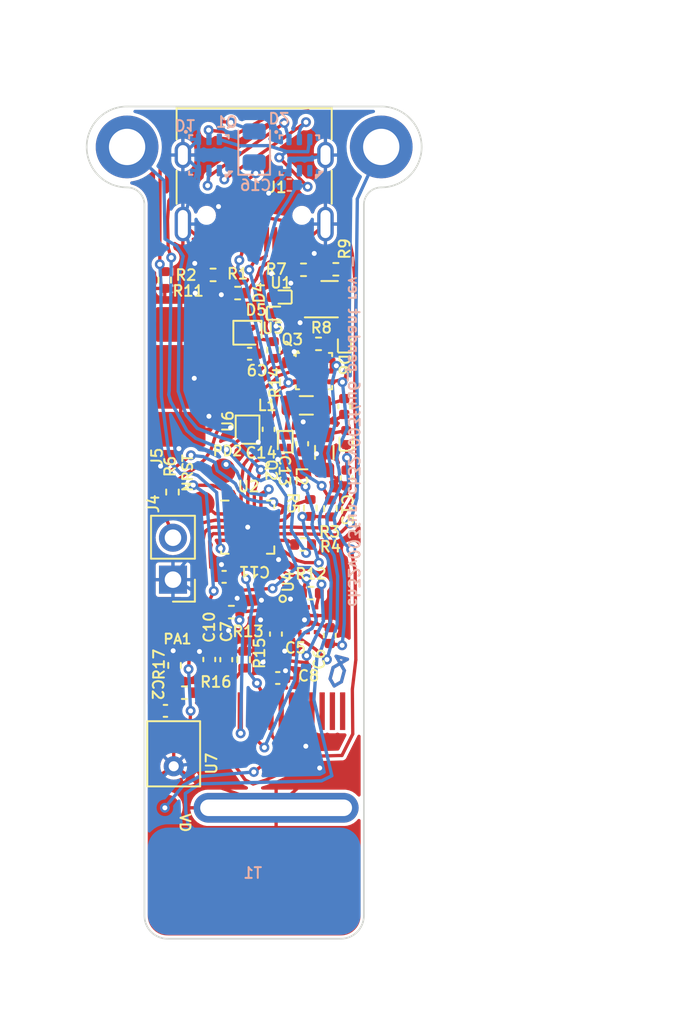
<source format=kicad_pcb>
(kicad_pcb (version 20211014) (generator pcbnew)
  (layers (0 "F.Cu" signal) (31 "B.Cu" signal) (34 "B.Paste" user) (35 "F.Paste" user) (36 "B.SilkS" user "B.Silkscreen") (37 "F.SilkS" user "F.Silkscreen") (38 "B.Mask" user) (39 "F.Mask" user) (44 "Edge.Cuts" user))
  (net 0 "")
  (net 1 "Net-(D4-Pad1)")
  (net 2 "GND")
  (net 3 "VCCMON")
  (net 4 "Net-(C2-Pad2)")
  (net 5 "VDD")
  (net 6 "VD")
  (net 7 "Net-(C7-Pad1)")
  (net 8 "Net-(C9-Pad1)")
  (net 9 "Net-(C9-Pad2)")
  (net 10 "VCC")
  (net 11 "Net-(C13-Pad1)")
  (net 12 "Net-(C13-Pad2)")
  (net 13 "Net-(J1-PadA5)")
  (net 14 "Net-(J1-PadA6)")
  (net 15 "Net-(J1-PadA7)")
  (net 17 "Net-(J1-PadB5)")
  (net 19 "BONUS2")
  (net 20 "SWIO")
  (net 21 "PHOTODIODE")
  (net 22 "T2CH4")
  (net 23 "D-")
  (net 24 "D+")
  (net 25 "USBE")
  (net 26 "Net-(Q3-Pad2)")
  (net 27 "PD6")
  (net 28 "SCL")
  (net 29 "SDA")
  (net 30 "Net-(O1-Pad12)")
  (net 31 "OLEDRES")
  (net 32 "BONUS1")
  (net 33 "WSOUT")
  (net 34 "TOUCH")
  (net 35 "Net-(D1-Pad4)")
  (net 39 "ALWYSON")
  (net 41 "TRIG_ON")
  (net 42 "NRST")
  (net 43 "PD2")
  (net 44 "PA1")
  (net 45 "Net-(D1-Pad5)")
  (net 46 "+BATT")
  (net 47 "Net-(R7-Pad1)")
  (net 49 "Net-(R9-Pad2)")
  (net 55 "VBUS")
  (footprint "Package_DFN_QFN:DFN-6-1EP_2x2mm_P0.65mm_EP1x1.6mm" (layer "F.Cu") (at 102.77 37.57)
    (fp_text reference "U1")
    (fp_text value "WS4518D-6/TR" hide)
  )
  (footprint "Connector_PinHeader_2.54mm:PinHeader_1x02_P2.54mm_Vertical" (layer "F.Cu") (at 93.78 54.555 180)
    (fp_text reference "J4")
    (fp_text value "PGM")
  )
  (footprint "Capacitor_SMD:C_0402_1005Metric" (layer "F.Cu") (at 103.28 57.94 90)
    (fp_text reference "C6")
    (fp_text value "0.1u16v")
  )
  (footprint "Capacitor_SMD:C_0402_1005Metric" (layer "F.Cu") (at 96.88 54.385 180)
    (fp_text reference "C11")
    (fp_text value "2.2u16v")
  )
  (footprint "MountingHole:MountingHole_2.2mm_M2_DIN965_Pad" (layer "F.Cu") (at 106.4 28.35)
    (fp_text reference "J3" hide)
    (fp_text value "BONUS")
  )
  (footprint "Resistor_SMD:R_0402_1005Metric" (layer "F.Cu") (at 94.475 61.4)
    (fp_text reference "R16")
    (fp_text value "243k")
  )
  (footprint "SOUHAN-Battery-1.25mm-SMT:SOUHAN-Battery-1.25mm-SMT" (layer "F.Cu") (at 96.55 42.275 90)
    (fp_text reference "J5")
    (fp_text value "BATT")
  )
  (footprint "Resistor_SMD:R_0402_1005Metric" (layer "F.Cu") (at 98.06 59.4 90)
    (fp_text reference "R15")
    (fp_text value "560k")
  )
  (footprint "Capacitor_SMD:C_0402_1005Metric" (layer "F.Cu") (at 99.575 45.45 -90)
    (fp_text reference "C14")
    (fp_text value "0.1u16v")
  )
  (footprint "Inductor_SMD:L_0805_2012Metric" (layer "F.Cu") (at 102.95 46.85 -90)
    (fp_text reference "L2")
    (fp_text value "4.7uH")
  )
  (footprint "Capacitor_SMD:C_0402_1005Metric" (layer "F.Cu") (at 101.61 46.325 -90)
    (fp_text reference "C13")
    (fp_text value "4.7u16v")
  )
  (footprint "Capacitor_SMD:C_0402_1005Metric" (layer "F.Cu") (at 98.425 40.875 180)
    (fp_text reference "C9")
    (fp_text value "0.1u16v")
  )
  (footprint "DFN-6-2x2-SplitPad:DFN-6-2x2-SplitPad" (layer "F.Cu") (at 102.325 41.925 -90)
    (fp_text reference "Q3")
    (fp_text value "SE4625-PandN" hide)
  )
  (footprint "Capacitor_SMD:C_0402_1005Metric" (layer "F.Cu") (at 104.16 44.07 -90)
    (fp_text reference "C12" hide)
    (fp_text value "10u")
  )
  (footprint "Capacitor_SMD:C_0402_1005Metric" (layer "F.Cu") (at 100.02 57.85 -90)
    (fp_text reference "C5")
    (fp_text value "0.1u16v" hide)
  )
  (footprint "Resistor_SMD:R_0402_1005Metric" (layer "F.Cu") (at 93.28 36.41 90)
    (fp_text reference "R11")
    (fp_text value "NP")
  )
  (footprint "Resistor_SMD:R_0402_1005Metric" (layer "F.Cu") (at 93.875 59.75 90)
    (fp_text reference "R17")
    (fp_text value "100k")
  )
  (footprint "Resistor_SMD:R_0402_1005Metric" (layer "F.Cu") (at 102.14 55.37)
    (fp_text reference "R12")
    (fp_text value "10k")
  )
  (footprint "GOERTEK-S08OB383-031-MemsMic:GOERTEK-S08OB383-031-MemsMic" (layer "F.Cu") (at 93.825 65.855)
    (fp_text reference "U7")
    (fp_text value "S08OB383-031")
  )
  (footprint "Resistor_SMD:R_0402_1005Metric" (layer "F.Cu") (at 97.7 37.2)
    (fp_text reference "R1")
    (fp_text value "5.1k")
  )
  (footprint "MountingHole:MountingHole_2.2mm_M2_DIN965_Pad" (layer "F.Cu") (at 91 28.35)
    (fp_text reference "J2" hide)
    (fp_text value "BONUS")
  )
  (footprint "Capacitor_SMD:C_0402_1005Metric" (layer "F.Cu") (at 97.01 59.4 90)
    (fp_text reference "C7")
    (fp_text value "2.2u16v")
  )
  (footprint "Resistor_SMD:R_0402_1005Metric" (layer "F.Cu") (at 96.21 36.1)
    (fp_text reference "R2")
    (fp_text value "5.1k")
  )
  (footprint "DFN1006:DFN1006" (layer "F.Cu") (at 104.275 45.95 90)
    (fp_text reference "D3" hide)
    (fp_text value "350mV@100mA" hide)
  )
  (footprint "Resistor_SMD:R_0402_1005Metric" (layer "F.Cu") (at 99.87 40.65 -90)
    (fp_text reference "R14")
    (fp_text value "100" hide)
  )
  (footprint "Resistor_SMD:R_0402_1005Metric" (layer "F.Cu") (at 93.75 49.25 -90)
    (fp_text reference "R6")
    (fp_text value "560k")
  )
  (footprint "Resistor_SMD:R_0402_1005Metric" (layer "F.Cu") (at 102.6 40.275 180)
    (fp_text reference "R8")
    (fp_text value "100k" hide)
  )
  (footprint "RB0091E1401A-OLED-128x32:RB0091E1401A-OLED-128x32_FLIP" (layer "F.Cu") (at 100.03 54.47 180)
    (fp_text reference "O1" hide)
    (fp_text value "RB0091E1401A-OLED-128x32")
  )
  (footprint "Capacitor_SMD:C_0402_1005Metric" (layer "F.Cu") (at 93.325 62.5 180)
    (fp_text reference "C2")
    (fp_text value "0.1u16v")
  )
  (footprint "DFN1006:DFN1006" (layer "F.Cu") (at 104.175 40 90)
    (fp_text reference "D6")
    (fp_text value "250mV@100mA" hide)
  )
  (footprint "DFN1006:DFN1006" (layer "F.Cu") (at 100.275 38.42)
    (fp_text reference "D5")
    (fp_text value "350mV@100mA" hide)
  )
  (footprint "Capacitor_SMD:C_0402_1005Metric" (layer "F.Cu") (at 100.13 60.51)
    (fp_text reference "C8")
    (fp_text value "0.1u16v")
  )
  (footprint "xdfn_reg:xdfn-reg" (layer "F.Cu") (at 98.3 39.6 90)
    (fp_text reference "U5")
    (fp_text value "XB6042Q2SV-L" hide)
  )
  (footprint "Capacitor_SMD:C_0402_1005Metric" (layer "F.Cu") (at 104.3 48.4 -90)
    (fp_text reference "C15")
    (fp_text value "4.7u16v")
  )
  (footprint "GeneralPad:GeneralPad-Round-1.5mm" (layer "F.Cu") (at 96.82 47.97)
    (fp_text reference "J7" hide)
    (fp_text value "PD2")
  )
  (footprint "Connector_USB:USB_C_Receptacle_HRO_TYPE-C-31-M-12" (layer "F.Cu") (at 98.7 29.89 180)
    (fp_text reference "J1")
    (fp_text value "USB_C_Receptacle_USB2.0")
  )
  (footprint "xdfn_reg:xdfn-reg" (layer "F.Cu") (at 98.3 45.475)
    (fp_text reference "U6")
    (fp_text value "RS3236-3.3YUTDN4" hide)
  )
  (footprint "Resistor_SMD:R_0402_1005Metric" (layer "F.Cu") (at 97.32 56.52 180)
    (fp_text reference "R13")
    (fp_text value "10k")
  )
  (footprint "Resistor_SMD:R_0402_1005Metric" (layer "F.Cu") (at 103.65 35.76)
    (fp_text reference "R9")
    (fp_text value "22k")
  )
  (footprint "Inductor_SMD:L_0805_2012Metric" (layer "F.Cu") (at 101.86 44 180)
    (fp_text reference "L1")
    (fp_text value "4.7uH")
  )
  (footprint "GeneralPad:GeneralPad-Round-1.5mm" (layer "F.Cu") (at 93.42 68.33 90)
    (fp_text reference "J8" hide)
    (fp_text value "VD")
  )
  (footprint "GeneralPad:GeneralPad-Round-1.5mm" (layer "F.Cu") (at 95.55 49.95)
    (fp_text reference "J9" hide)
    (fp_text value "NRST")
  )
  (footprint "GeneralPad:GeneralPad-Round-1.5mm" (layer "F.Cu") (at 93.71 56.78 90)
    (fp_text reference "J6" hide)
    (fp_text value "PA1")
  )
  (footprint "DFN-3L-1x0.6:DFN-3L-1x0.6" (layer "F.Cu") (at 100.585 46.2 -90)
    (fp_text reference "Q2")
    (fp_text value "NMOS")
  )
  (footprint "Capacitor_SMD:C_0402_1005Metric" (layer "F.Cu") (at 95.98 59.39 90)
    (fp_text reference "C10")
    (fp_text value "0.1u16v")
  )
  (footprint "Resistor_SMD:R_0402_1005Metric" (layer "F.Cu") (at 103.32 50.245 -90)
    (fp_text reference "R3")
    (fp_text value "22")
  )
  (footprint "DFN1006:DFN1006" (layer "F.Cu") (at 100.175 37.44 180)
    (fp_text reference "D4")
    (fp_text value "350mV@100mA")
  )
  (footprint "Swadge_Parts:QMA6981" (layer "F.Cu") (at 101.7 56.98)
    (fp_text reference "U4")
    (fp_text value "QMA7981")
  )
  (footprint "Resistor_SMD:R_0402_1005Metric" (layer "F.Cu") (at 101.67 52.425 180)
    (fp_text reference "R4")
    (fp_text value "22")
  )
  (footprint "Package_DFN_QFN:QFN-20-1EP_3x3mm_P0.4mm_EP1.65x1.65mm" (layer "F.Cu") (at 98.31 51.375)
    (fp_text reference "U2")
    (fp_text value "CH32V003F4U6")
  )
  (footprint "Resistor_SMD:R_0402_1005Metric" (layer "F.Cu") (at 102.1 50.215 -90)
    (fp_text reference "R5")
    (fp_text value "1.5k")
  )
  (footprint "Resistor_SMD:R_0402_1005Metric" (layer "F.Cu") (at 101.69 35.79)
    (fp_text reference "R7")
    (fp_text value "22k")
  )
  (footprint "WS2816-2121:WS2816-2121" (layer "B.Cu") (at 95.96 28.84 90)
    (fp_text reference "D1")
    (fp_text value "WS2816C-2121" hide)
  )
  (footprint "touchpads:touchpad_10x6.5mm_retircle" (layer "B.Cu") (at 98.61 72.82 180)
    (fp_text reference "T1")
    (fp_text value "TOUCHPAD")
  )
  (footprint "WS2816-2121:WS2816-2121" (layer "B.Cu") (at 101.44 28.85 90)
    (fp_text reference "D2")
    (fp_text value "WS2816C-2121" hide)
  )
  (footprint "Diode_SMD:D_0805_2012Metric" (layer "B.Cu") (at 98.7 28.35 90)
    (fp_text reference "Q1")
    (fp_text value "Q_Photo_NPN")
  )
  (footprint "Capacitor_SMD:C_0402_1005Metric" (layer "B.Cu") (at 100.83 30.65 180)
    (fp_text reference "C16")
    (fp_text value "0.1u16v")
  )
  (gr_line (start 105.35 31.85) (end 105.35 74.9) (layer "Edge.Cuts") (width 0.1))
  (gr_arc (start 91 30.8) (mid 89.267588 30.082412) (end 88.55 28.35) (layer "Edge.Cuts") (width 0.1))
  (gr_arc (start 91 30.8) (mid 91.742462 31.107538) (end 92.05 31.85) (layer "Edge.Cuts") (width 0.1))
  (gr_arc (start 105.35 74.9) (mid 104.939949 75.889949) (end 103.95 76.3) (layer "Edge.Cuts") (width 0.1))
  (gr_arc (start 93.45 76.3) (mid 92.460051 75.889949) (end 92.05 74.9) (layer "Edge.Cuts") (width 0.1))
  (gr_arc (start 106.4 25.9) (mid 108.132412 26.617588) (end 108.85 28.35) (layer "Edge.Cuts") (width 0.1))
  (gr_arc (start 88.55 28.35) (mid 89.267588 26.617588) (end 91 25.9) (layer "Edge.Cuts") (width 0.1))
  (gr_arc (start 105.35 31.85) (mid 105.657538 31.107538) (end 106.4 30.8) (layer "Edge.Cuts") (width 0.1))
  (gr_line (start 106.4 25.9) (end 91 25.9) (layer "Edge.Cuts") (width 0.1))
  (gr_arc (start 108.85 28.35) (mid 108.132412 30.082412) (end 106.4 30.8) (layer "Edge.Cuts") (width 0.1))
  (gr_line (start 103.95 76.3) (end 93.45 76.3) (layer "Edge.Cuts") (width 0.1))
  (gr_line (start 92.05 31.85) (end 92.05 74.9) (layer "Edge.Cuts") (width 0.1))
  (gr_text "ch32v003fun ch32v003f4u6_pendant rev -" (at 104.73 45.55 -90) (layer "B.SilkS") (effects (font (size 0.65 0.65) (thickness 0.12)) (justify mirror)))
  (segment (start 103.666988 59.191988) (end 104.166988 60.058013) (width 0.2) (layer "F.Cu") (net 0))
  (segment (start 103.550962 60.991026) (end 103.300962 60.558013) (width 0.2) (layer "F.Cu") (net 0))
  (segment (start 103.983975 60.741026) (end 103.550962 60.991026) (width 0.2) (layer "F.Cu") (net 0))
  (segment (start 104.166988 60.058013) (end 103.983975 60.741026) (width 0.2) (layer "F.Cu") (net 0))
  (segment (start 103.300962 60.558013) (end 103.483975 59.875) (width 0.2) (layer "F.Cu") (net 0))
  (segment (start 104.35 59.375) (end 103.666988 59.191988) (width 0.2) (layer "F.Cu") (net 0))
  (segment (start 103.483975 59.875) (end 104.35 59.375) (width 0.2) (layer "F.Cu") (net 0))
  (segment (start 103.666988 59.191988) (end 104.166988 60.058013) (width 0.2) (layer "B.Cu") (net 0))
  (segment (start 104.35 59.375) (end 103.666988 59.191988) (width 0.2) (layer "B.Cu") (net 0))
  (segment (start 103.983975 60.741026) (end 103.550962 60.991026) (width 0.2) (layer "B.Cu") (net 0))
  (segment (start 103.300962 60.558013) (end 103.483975 59.875) (width 0.2) (layer "B.Cu") (net 0))
  (segment (start 104.166988 60.058013) (end 103.983975 60.741026) (width 0.2) (layer "B.Cu") (net 0))
  (segment (start 103.550962 60.991026) (end 103.300962 60.558013) (width 0.2) (layer "B.Cu") (net 0))
  (segment (start 103.483975 59.875) (end 104.35 59.375) (width 0.2) (layer "B.Cu") (net 0))
  (segment (start 101.005 38.44) (end 101.99 38.22) (width 0.2) (layer "F.Cu") (net 1))
  (segment (start 100.875 37.44) (end 101.005 38.44) (width 0.2) (layer "F.Cu") (net 1))
  (segment (start 101.55 47.625) (end 102.925 47.9125) (width 0.2) (layer "F.Cu") (net 2))
  (segment (start 92.825 66.495) (end 93.825 65.855) (width 0.2) (layer "F.Cu") (net 2))
  (segment (start 93.03 47.68) (end 94.14 46.62) (width 0.2) (layer "F.Cu") (net 2))
  (segment (start 100.02 58.33) (end 100.55 58.88) (width 0.2) (layer "F.Cu") (net 2))
  (segment (start 103.875 36.92) (end 103.36 36.88) (width 0.2) (layer "F.Cu") (net 2))
  (segment (start 99.24 59.55) (end 98.7 58.81) (width 0.2) (layer "F.Cu") (net 2))
  (segment (start 101.95 33.935) (end 103.02 33.02) (width 0.2) (layer "F.Cu") (net 2))
  (segment (start 100.36 61.27) (end 100.61 60.42) (width 0.2) (layer "F.Cu") (net 2))
  (segment (start 98.3 45.475) (end 98.65 45.975) (width 0.2) (layer "F.Cu") (net 2))
  (segment (start 99.75 36.025) (end 99.175 36.875) (width 0.2) (layer "F.Cu") (net 2))
  (segment (start 92.98 36.9) (end 95.125 37.2) (width 0.2) (layer "F.Cu") (net 2))
  (segment (start 97.513346 38.286654) (end 97.19 37.2) (width 0.2) (layer "F.Cu") (net 2))
  (segment (start 98.95 46.225) (end 99.575 45.93) (width 0.2) (layer "F.Cu") (net 2))
  (segment (start 94.25 45.45) (end 94.14 46.62) (width 0.2) (layer "F.Cu") (net 2))
  (segment (start 97.19 37.2) (end 96.71 37.3) (width 0.2) (layer "F.Cu") (net 2))
  (segment (start 100.345 62.47) (end 100.36 61.27) (width 0.2) (layer "F.Cu") (net 2))
  (segment (start 101.75 56.99) (end 102.45 57.23) (width 0.2) (layer "F.Cu") (net 2))
  (segment (start 102.22 54.01) (end 102.57 54.19) (width 0.2) (layer "F.Cu") (net 2))
  (segment (start 95.125 37.2) (end 94.25 39.1) (width 0.2) (layer "F.Cu") (net 2))
  (segment (start 101.72 37.57) (end 102.77 37.57) (width 0.2) (layer "F.Cu") (net 2))
  (segment (start 96.72 44.02) (end 95.96 44.66) (width 0.2) (layer "F.Cu") (net 2))
  (segment (start 103.53 44.95) (end 102.54 44.93) (width 0.2) (layer "F.Cu") (net 2))
  (segment (start 104.16 44.55) (end 103.53 44.95) (width 0.2) (layer "F.Cu") (net 2))
  (segment (start 98.7 58.81) (end 98.06 58.89) (width 0.2) (layer "F.Cu") (net 2))
  (segment (start 95.96 44.66) (end 94.25 45.45) (width 0.2) (layer "F.Cu") (net 2))
  (segment (start 98.95 37.825) (end 98.175 38.025) (width 0.2) (layer "F.Cu") (net 2))
  (segment (start 99.93 41.83) (end 98.39 43.11) (width 0.2) (layer "F.Cu") (net 2))
  (segment (start 98.3 39.6) (end 98.8 39.25) (width 0.2) (layer "F.Cu") (net 2))
  (segment (start 102.45 57.23) (end 103.28 57.46) (width 0.2) (layer "F.Cu") (net 2))
  (segment (start 98.175 38.025) (end 97.513346 38.286654) (width 0.2) (layer "F.Cu") (net 2))
  (segment (start 102.34 34.8) (end 102.2 35.79) (width 0.2) (layer "F.Cu") (net 2))
  (segment (start 96.05 51.91) (end 96.01 52.33) (width 0.2) (layer "F.Cu") (net 2))
  (segment (start 97.2 37.35) (end 96.71 37.3) (width 0.2) (layer "F.Cu") (net 2))
  (segment (start 97.94 55.62) (end 97.67 55.68) (width 0.2) (layer "F.Cu") (net 2))
  (segment (start 94.25 39.1) (end 94.25 45.45) (width 0.2) (layer "F.Cu") (net 2))
  (segment (start 104.3 48.88) (end 102.95 47.9125) (width 0.2) (layer "F.Cu") (net 2))
  (segment (start 100.95 56.23) (end 100.9 55.73) (width 0.2) (layer "F.Cu") (net 2))
  (segment (start 101 53.76) (end 101.63 53.89) (width 0.2) (layer "F.Cu") (net 2))
  (segment (start 100.03 68.37) (end 94.825 66.495) (width 0.2) (layer "F.Cu") (net 2))
  (segment (start 96.01 52.33) (end 96.05 53.27) (width 0.2) (layer "F.Cu") (net 2))
  (segment (start 100.95 57.73) (end 100.02 58.33) (width 0.2) (layer "F.Cu") (net 2))
  (segment (start 102.45 57.23) (end 102.45 56.73) (width 0.2) (layer "F.Cu") (net 2))
  (segment (start 97.27 31.66) (end 96.54 31.96) (width 0.2) (layer "F.Cu") (net 2))
  (segment (start 100.03 68.37) (end 102.67 65.96) (width 0.2) (layer "F.Cu") (net 2))
  (segment (start 95.71 36.61) (end 95.7 36.1) (width 0.2) (layer "F.Cu") (net 2))
  (segment (start 101.125 40.75) (end 101.275 41.275) (width 0.2) (layer "F.Cu") (net 2))
  (segment (start 100.18 53.34) (end 101 53.76) (width 0.2) (layer "F.Cu") (net 2))
  (segment (start 102.2 35.79) (end 102.825 37.57) (width 0.2) (layer "F.Cu") (net 2))
  (segment (start 97.8 39.25) (end 97.513346 38.286654) (width 0.2) (layer "F.Cu") (net 2))
  (segment (start 96.22 51.77) (end 96.05 51.91) (width 0.2) (layer "F.Cu") (net 2))
  (segment (start 100.81 46.55) (end 100.925 47.225) (width 0.2) (layer "F.Cu") (net 2))
  (segment (start 100.925 47.225) (end 100.13 47.27) (width 0.2) (layer "F.Cu") (net 2))
  (segment (start 103.23 54.21) (end 103.71 54.6) (width 0.2) (layer "F.Cu") (net 2))
  (segment (start 98.39 43.11) (end 96.72 44.02) (width 0.2) (layer "F.Cu") (net 2))
  (segment (start 93.875 59.24) (end 93.791964 58.858036) (width 0.2) (layer "F.Cu") (net 2))
  (segment (start 99.58 31.15) (end 97.27 31.66) (width 0.2) (layer "F.Cu") (net 2))
  (segment (start 102.95 47.9125) (end 102.48 46.93) (width 0.2) (layer "F.Cu") (net 2))
  (segment (start 102.57 54.19) (end 103.23 54.21) (width 0.2) (layer "F.Cu") (net 2))
  (segment (start 101.125 40.75) (end 100.6 41.53) (width 0.2) (layer "F.Cu") (net 2))
  (segment (start 97.15 57.63) (end 98.4 57.92) (width 0.2) (layer "F.Cu") (net 2))
  (segment (start 102.54 44.93) (end 101.67 45) (width 0.2) (layer "F.Cu") (net 2))
  (segment (start 94.38 33.02) (end 95.45 33.935) (width 0.2) (layer "F.Cu") (net 2))
  (segment (start 100.6 41.53) (end 99.93 41.83) (width 0.2) (layer "F.Cu") (net 2))
  (segment (start 101.63 53.89) (end 102.01 53.93) (width 0.2) (layer "F.Cu") (net 2))
  (segment (start 93.825 63.755) (end 93.825 65.855) (width 0.2) (layer "F.Cu") (net 2))
  (segment (start 96.3 36.88) (end 96.13 36.9) (width 0.2) (layer "F.Cu") (net 2))
  (segment (start 95.7 36.1) (end 95.45 33.935) (width 0.2) (layer "F.Cu") (net 2))
  (segment (start 99.14 55.8) (end 97.94 55.62) (width 0.2) (layer "F.Cu") (net 2))
  (segment (start 96.05 53.27) (end 96.4 54.385) (width 0.2) (layer "F.Cu") (net 2))
  (segment (start 96.72 53.64) (end 96.4 54.385) (width 0.2) (layer "F.Cu") (net 2))
  (segment (start 102.34 34.8) (end 101.98 34.78) (width 0.2) (layer "F.Cu") (net 2))
  (segment (start 101.98 34.78) (end 101.95 33.935) (width 0.2) (layer "F.Cu") (net 2))
  (segment (start 100.925 47.225) (end 101.55 47.625) (width 0.2) (layer "F.Cu") (net 2))
  (segment (start 99.175 36.875) (end 98.95 37.825) (width 0.2) (layer "F.Cu") (net 2))
  (segment (start 102.01 53.93) (end 102.22 54.01) (width 0.2) (layer "F.Cu") (net 2))
  (segment (start 96.13 36.9) (end 95.71 36.61) (width 0.2) (layer "F.Cu") (net 2))
  (segment (start 96.71 37.3) (end 96.3 36.88) (width 0.2) (layer "F.Cu") (net 2))
  (segment (start 96.86 51.775) (end 97.39 51.775) (width 0.2) (layer "F.Cu") (net 2))
  (segment (start 99.09 56.99) (end 98.4 57.92) (width 0.2) (layer "F.Cu") (net 2))
  (segment (start 97.39 51.775) (end 98.31 51.375) (width 0.2) (layer "F.Cu") (net 2))
  (segment (start 95.98 58.91) (end 97.01 58.92) (width 0.2) (layer "F.Cu") (net 2))
  (segment (start 98.06 58.89) (end 97.01 58.92) (width 0.2) (layer "F.Cu") (net 2))
  (segment (start 98.4 57.92) (end 98.06 58.89) (width 0.2) (layer "F.Cu") (net 2))
  (segment (start 103.71 54.6) (end 103.28 57.46) (width 0.2) (layer "F.Cu") (net 2))
  (segment (start 96.86 51.775) (end 96.22 51.77) (width 0.2) (layer "F.Cu") (net 2))
  (segment (start 94.825 66.495) (end 93.825 65.855) (width 0.2) (layer "F.Cu") (net 2))
  (segment (start 98.65 45.975) (end 99.575 45.93) (width 0.2) (layer "F.Cu") (net 2))
  (segment (start 103.36 36.88) (end 102.825 37.57) (width 0.2) (layer "F.Cu") (net 2))
  (segment (start 97.8 39.25) (end 98.3 39.6) (width 0.2) (layer "F.Cu") (net 2))
  (segment (start 100.61 60.42) (end 100.6 60.07) (width 0.2) (layer "F.Cu") (net 2))
  (via (at 99.24 59.55) (size 0.6) (drill 0.3) (layers "F.Cu" "B.Cu") (net 2))
  (via (at 93.03 47.68) (size 0.6) (drill 0.3) (layers "F.Cu" "B.Cu") (net 2))
  (via (at 98.31 51.375) (size 0.6) (drill 0.3) (layers "F.Cu" "B.Cu") (net 2))
  (via (at 93.791964 58.858036) (size 0.6) (drill 0.3) (layers "F.Cu" "B.Cu") (net 2))
  (via (at 97.27 45.35) (size 0.6) (drill 0.3) (layers "F.Cu" "B.Cu") (net 2))
  (via (at 100.13 47.27) (size 0.6) (drill 0.3) (layers "F.Cu" "B.Cu") (net 2))
  (via (at 95.125 37.2) (size 0.6) (drill 0.3) (layers "F.Cu" "B.Cu") (net 2))
  (via (at 100.18 53.34) (size 0.6) (drill 0.3) (layers "F.Cu" "B.Cu") (net 2))
  (via (at 101.83 64.64) (size 0.6) (drill 0.3) (layers "F.Cu" "B.Cu") (net 2))
  (via (at 95.07 42.36) (size 0.6) (drill 0.3) (layers "F.Cu" "B.Cu") (net 2))
  (via (at 99.14 55.8) (size 0.6) (drill 0.3) (layers "F.Cu" "B.Cu") (net 2))
  (via (at 102.48 46.93) (size 0.6) (drill 0.3) (layers "F.Cu" "B.Cu") (net 2))
  (via (at 95.96 44.66) (size 0.6) (drill 0.3) (layers "F.Cu" "B.Cu") (net 2))
  (via (at 99.75 36.025) (size 0.6) (drill 0.3) (layers "F.Cu" "B.Cu") (net 2))
  (via (at 102.67 65.96) (size 0.6) (drill 0.3) (layers "F.Cu" "B.Cu") (net 2))
  (via (at 100.55 58.88) (size 0.6) (drill 0.3) (layers "F.Cu" "B.Cu") (net 2))
  (via (at 98.95 46.225) (size 0.6) (drill 0.3) (layers "F.Cu" "B.Cu") (net 2))
  (via (at 95.1 35.4) (size 0.6) (drill 0.3) (layers "F.Cu" "B.Cu") (net 2))
  (via (at 94.14 46.62) (size 0.6) (drill 0.3) (layers "F.Cu" "B.Cu") (net 2))
  (via (at 101.67 45) (size 0.6) (drill 0.3) (layers "F.Cu" "B.Cu") (net 2))
  (via (at 96.72 53.64) (size 0.6) (drill 0.3) (layers "F.Cu" "B.Cu") (net 2))
  (via (at 101.125 40.75) (size 0.6) (drill 0.3) (layers "F.Cu" "B.Cu") (net 2))
  (via (at 102.34 34.8) (size 0.6) (drill 0.3) (layers "F.Cu" "B.Cu") (net 2))
  (via (at 97.15 57.63) (size 0.6) (drill 0.3) (layers "F.Cu" "B.Cu") (net 2))
  (via (at 95.385505 58.904495) (size 0.6) (drill 0.3) (layers "F.Cu" "B.Cu") (net 2))
  (via (at 97.67 55.68) (size 0.6) (drill 0.3) (layers "F.Cu" "B.Cu") (net 2))
  (via (at 100.9 55.73) (size 0.6) (drill 0.3) (layers "F.Cu" "B.Cu") (net 2))
  (via (at 96.54 31.96) (size 0.6) (drill 0.3) (layers "F.Cu" "B.Cu") (net 2))
  (via (at 100.92 36.6) (size 0.6) (drill 0.3) (layers "F.Cu" "B.Cu") (net 2))
  (via (at 101.48365 38.99365) (size 0.6) (drill 0.3) (layers "F.Cu" "B.Cu") (net 2))
  (via (at 100.6 60.07) (size 0.6) (drill 0.3) (layers "F.Cu" "B.Cu") (net 2))
  (via (at 99.09 56.99) (size 0.6) (drill 0.3) (layers "F.Cu" "B.Cu") (net 2))
  (via (at 99.58 31.15) (size 0.6) (drill 0.3) (layers "F.Cu" "B.Cu") (net 2))
  (via (at 101.75 56.99) (size 0.6) (drill 0.3) (layers "F.Cu" "B.Cu") (net 2))
  (via (at 96.71 37.3) (size 0.6) (drill 0.3) (layers "F.Cu" "B.Cu") (net 2))
  (segment (start 94.38 33.02) (end 94.842216 31.267216) (width 0.2) (layer "B.Cu") (net 2))
  (segment (start 99.09 56.99) (end 100.56 57.14) (width 0.2) (layer "B.Cu") (net 2))
  (segment (start 99.65 65.57) (end 101.83 64.64) (width 0.2) (layer "B.Cu") (net 2))
  (segment (start 100.56 57.14) (end 101.75 56.99) (width 0.2) (layer "B.Cu") (net 2))
  (segment (start 100.34 60.55) (end 98.9 63.6) (width 0.2) (layer "B.Cu") (net 2))
  (segment (start 100.55 58.88) (end 99.24 59.55) (width 0.2) (layer "B.Cu") (net 2))
  (segment (start 96.72 53.64) (end 98.151027 51.656027) (width 0.2) (layer "B.Cu") (net 2))
  (segment (start 102.22 29.03) (end 103.02 28.84) (width 0.2) (layer "B.Cu") (net 2))
  (segment (start 95.55 47.77) (end 96.8 48.85) (width 0.2) (layer "B.Cu") (net 2))
  (segment (start 98.9 63.6) (end 98.38 65.27) (width 0.2) (layer "B.Cu") (net 2))
  (segment (start 93.825 65.855) (end 98.38 65.27) (width 0.2) (layer "B.Cu") (net 2))
  (segment (start 93.78 54.425) (end 95.14 52.7) (width 0.2) (layer "B.Cu") (net 2))
  (segment (start 95.1 35.4) (end 94.38 33.02) (width 0.2) (layer "B.Cu") (net 2))
  (segment (start 101.48365 38.99365) (end 102.34 34.8) (width 0.2) (layer "B.Cu") (net 2))
  (segment (start 94.07 49.23) (end 93.03 47.68) (width 0.2) (layer "B.Cu") (net 2))
  (segment (start 94.25 47.39) (end 94.63 47.65) (width 0.2) (layer "B.Cu") (net 2))
  (segment (start 98.95 46.225) (end 97.27 45.35) (width 0.2) (layer "B.Cu") (net 2))
  (segment (start 96.18 56.03) (end 93.78 54.425) (width 0.2) (layer "B.Cu") (net 2))
  (segment (start 100.13 47.27) (end 98.95 46.225) (width 0.2) (layer "B.Cu") (net 2))
  (segment (start 95.19 50.72) (end 94.07 49.23) (width 0.2) (layer "B.Cu") (net 2))
  (segment (start 100.91 29.16) (end 101.31 29.03) (width 0.2) (layer "B.Cu") (net 2))
  (segment (start 98.38 65.27) (end 99.65 65.57) (width 0.2) (layer "B.Cu") (net 2))
  (segment (start 100.81 29.795) (end 100.91 29.16) (width 0.2) (layer "B.Cu") (net 2))
  (segment (start 100.18 53.34) (end 98.31 51.375) (width 0.2) (layer "B.Cu") (net 2))
  (segment (start 99.5 55.84) (end 99.11 55.72) (width 0.2) (layer "B.Cu") (net 2))
  (segment (start 96.54 31.96) (end 94.842216 31.267216) (width 0.2) (layer "B.Cu") (net 2))
  (segment (start 99.07 54.64) (end 99.14 55.8) (width 0.2) (layer "B.Cu") (net 2))
  (segment (start 100.9 55.73) (end 101.75 56.99) (width 0.2) (layer "B.Cu") (net 2))
  (segment (start 94.63 47.65) (end 95.55 47.77) (width 0.2) (layer "B.Cu") (net 2))
  (segment (start 101.125 40.75) (end 101.48365 38.99365) (width 0.2) (layer "B.Cu") (net 2))
  (segment (start 100.92 36.6) (end 102.34 34.8) (width 0.2) (layer "B.Cu") (net 2))
  (segment (start 95.125 37.2) (end 95.1 35.4) (width 0.2) (layer "B.Cu") (net 2))
  (segment (start 96.89 54.76) (end 96.72 53.64) (width 0.2) (layer "B.Cu") (net 2))
  (segment (start 100.34 60.55) (end 100.6 60.07) (width 0.2) (layer "B.Cu") (net 2))
  (segment (start 96.8 48.85) (end 98.31 51.375) (width 0.2) (layer "B.Cu") (net 2))
  (segment (start 99.11 55.72) (end 99.14 55.8) (width 0.2) (layer "B.Cu") (net 2))
  (segment (start 100.18 53.34) (end 99.07 54.64) (width 0.2) (layer "B.Cu") (net 2))
  (segment (start 94.842216 31.267216) (end 95.27 29.645) (width 0.2) (layer "B.Cu") (net 2))
  (segment (start 101.67 45) (end 101.625 41.25) (width 0.2) (layer "B.Cu") (net 2))
  (segment (start 99.58 31.15) (end 100.81 29.795) (width 0.2) (layer "B.Cu") (net 2))
  (segment (start 95.14 52.7) (end 95.19 50.72) (width 0.2) (layer "B.Cu") (net 2))
  (segment (start 101.125 40.75) (end 101.625 41.25) (width 0.2) (layer "B.Cu") (net 2))
  (segment (start 100.92 36.6) (end 99.75 36.025) (width 0.2) (layer "B.Cu") (net 2))
  (segment (start 94.38 28.84) (end 95.27 29.645) (width 0.2) (layer "B.Cu") (net 2))
  (segment (start 100.6 60.07) (end 100.55 58.88) (width 0.2) (layer "B.Cu") (net 2))
  (segment (start 98.151027 51.656027) (end 98.31 51.375) (width 0.2) (layer "B.Cu") (net 2))
  (segment (start 97.67 55.68) (end 96.18 56.03) (width 0.2) (layer "B.Cu") (net 2))
  (segment (start 102.67 65.96) (end 101.83 64.64) (width 0.2) (layer "B.Cu") (net 2))
  (segment (start 95.33 27.895) (end 94.38 28.84) (width 0.2) (layer "B.Cu") (net 2))
  (segment (start 100.9 55.73) (end 99.5 55.84) (width 0.2) (layer "B.Cu") (net 2))
  (segment (start 93.791964 58.858036) (end 95.385505 58.904495) (width 0.2) (layer "B.Cu") (net 2))
  (segment (start 97.27 45.35) (end 96.23 45.1) (width 0.2) (layer "B.Cu") (net 2))
  (segment (start 94.14 46.62) (end 94.25 47.39) (width 0.2) (layer "B.Cu") (net 2))
  (segment (start 93.791964 58.858036) (end 93.78 54.425) (width 0.2) (layer "B.Cu") (net 2))
  (segment (start 96.23 45.1) (end 95.96 44.66) (width 0.2) (layer "B.Cu") (net 2))
  (segment (start 101.67 45) (end 102.48 46.93) (width 0.2) (layer "B.Cu") (net 2))
  (segment (start 101.31 29.03) (end 102.22 29.03) (width 0.2) (layer "B.Cu") (net 2))
  (segment (start 97.67 55.68) (end 96.89 54.76) (width 0.2) (layer "B.Cu") (net 2))
  (segment (start 95.59 55.25) (end 94.94 57.13) (width 0.2) (layer "F.Cu") (net 3))
  (segment (start 94.94 57.13) (end 94.25 57.74) (width 0.2) (layer "F.Cu") (net 3))
  (segment (start 95.6 52.18) (end 95.63 53.06) (width 0.2) (layer "F.Cu") (net 3))
  (segment (start 94.25 57.74) (end 93.04 58.21) (width 0.2) (layer "F.Cu") (net 3))
  (segment (start 95.63 53.06) (end 95.67 53.8) (width 0.2) (layer "F.Cu") (net 3))
  (segment (start 95.78 51.59) (end 95.68 51.76) (width 0.2) (layer "F.Cu") (net 3))
  (segment (start 95.98 51.44) (end 95.78 51.59) (width 0.2) (layer "F.Cu") (net 3))
  (segment (start 93.09 59.88) (end 93.875 60.26) (width 0.2) (layer "F.Cu") (net 3))
  (segment (start 96.86 51.375) (end 96.18 51.38) (width 0.2) (layer "F.Cu") (net 3))
  (segment (start 95.68 51.76) (end 95.6 52.18) (width 0.2) (layer "F.Cu") (net 3))
  (segment (start 93.04 58.21) (end 93 58.96) (width 0.2) (layer "F.Cu") (net 3))
  (segment (start 95.67 53.8) (end 95.59 55.25) (width 0.2) (layer "F.Cu") (net 3))
  (segment (start 93.965 61.4) (end 93.805 62.5) (width 0.2) (layer "F.Cu") (net 3))
  (segment (start 93.965 61.4) (end 93.875 60.26) (width 0.2) (layer "F.Cu") (net 3))
  (segment (start 96.18 51.38) (end 95.98 51.44) (width 0.2) (layer "F.Cu") (net 3))
  (segment (start 93 58.96) (end 93.09 59.88) (width 0.2) (layer "F.Cu") (net 3))
  (segment (start 92.86 63.755) (end 92.845 62.5) (width 0.2) (layer "F.Cu") (net 4))
  (segment (start 102.325 42.375) (end 101.275 42.575) (width 0.2) (layer "F.Cu") (net 5))
  (segment (start 102.9875 44) (end 102.325 42.375) (width 0.2) (layer "F.Cu") (net 5))
  (segment (start 100.025 39.2) (end 99.85 38.42) (width 0.2) (layer "F.Cu") (net 5))
  (segment (start 98.65 44.975) (end 98.375 44.75) (width 0.2) (layer "F.Cu") (net 5))
  (segment (start 102.9875 44) (end 104.325 43.595) (width 0.2) (layer "F.Cu") (net 5))
  (segment (start 99.925 44.55) (end 100.125 43.15) (width 0.2) (layer "F.Cu") (net 5))
  (segment (start 100.375 42.95) (end 101.275 42.575) (width 0.2) (layer "F.Cu") (net 5))
  (segment (start 101.275 42.575) (end 100.775 42.625) (width 0.2) (layer "F.Cu") (net 5))
  (segment (start 100.125 43.15) (end 100.375 42.95) (width 0.2) (layer "F.Cu") (net 5))
  (segment (start 99.575 44.97) (end 99.925 44.55) (width 0.2) (layer "F.Cu") (net 5))
  (segment (start 100.22 28.99) (end 101.94 30.76) (width 0.2) (layer "F.Cu") (net 5))
  (segment (start 99.575 44.97) (end 98.65 44.975) (width 0.2) (layer "F.Cu") (net 5))
  (segment (start 98.375 44.75) (end 97.95 44.975) (width 0.2) (layer "F.Cu") (net 5))
  (via (at 101.94 30.76) (size 0.6) (drill 0.3) (layers "F.Cu" "B.Cu") (net 5))
  (via (at 100.22 28.99) (size 0.6) (drill 0.3) (layers "F.Cu" "B.Cu") (net 5))
  (via (at 100.775 42.625) (size 0.6) (drill 0.3) (layers "F.Cu" "B.Cu") (net 5))
  (via (at 100.025 39.2) (size 0.6) (drill 0.3) (layers "F.Cu" "B.Cu") (net 5))
  (segment (start 100.67 28.63) (end 101.95 28.64) (width 0.2) (layer "B.Cu") (net 5))
  (segment (start 96.59 27.895) (end 97.83 28.28) (width 0.2) (layer "B.Cu") (net 5))
  (segment (start 100.375 41.725) (end 99.759038 39.140962) (width 0.2) (layer "B.Cu") (net 5))
  (segment (start 99.35 37.425) (end 99.1 36) (width 0.2) (layer "B.Cu") (net 5))
  (segment (start 100.025 32.7) (end 100.725 31.65) (width 0.2) (layer "B.Cu") (net 5))
  (segment (start 99.56 28.27) (end 100.67 28.63) (width 0.2) (layer "B.Cu") (net 5))
  (segment (start 99.759038 39.140962) (end 99.35 37.425) (width 0.2) (layer "B.Cu") (net 5))
  (segment (start 97.83 28.28) (end 99.56 28.27) (width 0.2) (layer "B.Cu") (net 5))
  (segment (start 101.94 30.76) (end 101.31 30.65) (width 0.2) (layer "B.Cu") (net 5))
  (segment (start 101.95 28.64) (end 102.07 27.905) (width 0.2) (layer "B.Cu") (net 5))
  (segment (start 99.759038 39.140962) (end 100.025 39.2) (width 0.2) (layer "B.Cu") (net 5))
  (segment (start 100.67 28.63) (end 100.22 28.99) (width 0.2) (layer "B.Cu") (net 5))
  (segment (start 99.1 36) (end 100.025 32.7) (width 0.2) (layer "B.Cu") (net 5))
  (segment (start 100.775 42.625) (end 100.375 41.725) (width 0.2) (layer "B.Cu") (net 5))
  (segment (start 101.31 30.65) (end 100.725 31.65) (width 0.2) (layer "B.Cu") (net 5))
  (segment (start 97.5 53.575) (end 97.36 54.385) (width 0.2) (layer "F.Cu") (net 6))
  (segment (start 101.9 59.59) (end 102.12 59.81) (width 0.2) (layer "F.Cu") (net 6))
  (segment (start 101.25 64.27) (end 101.56 63.94) (width 0.2) (layer "F.Cu") (net 6))
  (segment (start 100.95 57.23) (end 100.49 57.24) (width 0.2) (layer "F.Cu") (net 6))
  (segment (start 93.53 31.62) (end 93.73 31.3) (width 0.2) (layer "F.Cu") (net 6))
  (segment (start 99.65 60.42) (end 99.76 61.25) (width 0.2) (layer "F.Cu") (net 6))
  (segment (start 95.86 31.31) (end 97.13 31.27) (width 0.2) (layer "F.Cu") (net 6))
  (segment (start 102.45 56.23) (end 102.65 55.37) (width 0.2) (layer "F.Cu") (net 6))
  (segment (start 99.41 57.76) (end 100.02 57.37) (width 0.2) (layer "F.Cu") (net 6))
  (segment (start 97.95 45.975) (end 97.021429 46.671429) (width 0.2) (layer "F.Cu") (net 6))
  (segment (start 99.76 61.25) (end 99.725 62.47) (width 0.2) (layer "F.Cu") (net 6))
  (segment (start 93.73 31.3) (end 94.03 31.23) (width 0.2) (layer "F.Cu") (net 6))
  (segment (start 93.675 35.05) (end 93.49 34.46) (width 0.2) (layer "F.Cu") (net 6))
  (segment (start 100.49 57.24) (end 100.02 57.37) (width 0.2) (layer "F.Cu") (net 6))
  (segment (start 99.45 58.79) (end 99.85 59.19) (width 0.2) (layer "F.Cu") (net 6))
  (segment (start 97.51 52.825) (end 97.5 53.575) (width 0.2) (layer "F.Cu") (net 6))
  (segment (start 98.03 55.19) (end 99.817143 55.087143) (width 0.2) (layer "F.Cu") (net 6))
  (segment (start 102.78 54.84) (end 102.65 55.37) (width 0.2) (layer "F.Cu") (net 6))
  (segment (start 94.03 31.23) (end 95.86 31.31) (width 0.2) (layer "F.Cu") (net 6))
  (segment (start 93.49 34.46) (end 93.45 32.78) (width 0.2) (layer "F.Cu") (net 6))
  (segment (start 93.45 32.78) (end 93.53 31.62) (width 0.2) (layer "F.Cu") (net 6))
  (segment (start 101.56 63.94) (end 101.585 62.47) (width 0.2) (layer "F.Cu") (net 6))
  (segment (start 99.41 57.76) (end 99.41 58.32) (width 0.2) (layer "F.Cu") (net 6))
  (segment (start 99.85 59.19) (end 100.05 59.51) (width 0.2) (layer "F.Cu") (net 6))
  (segment (start 101.58 62.52) (end 101.73 60.51) (width 0.2) (layer "F.Cu") (net 6))
  (segment (start 100.28 64.96) (end 100.394766 64.304766) (width 0.2) (layer "F.Cu") (net 6))
  (segment (start 99.725 62.47) (end 99.78 64.01) (width 0.2) (layer "F.Cu") (net 6))
  (segment (start 100.02 64.32) (end 100.394766 64.304766) (width 0.2) (layer "F.Cu") (net 6))
  (segment (start 101.9 59.59) (end 101.88 59.16) (width 0.2) (layer "F.Cu") (net 6))
  (segment (start 100.01 59.89) (end 99.65 60.42) (width 0.2) (layer "F.Cu") (net 6))
  (segment (start 96.87 56.31) (end 97.36 54.385) (width 0.2) (layer "F.Cu") (net 6))
  (segment (start 100.05 59.51) (end 100.75 59.46) (width 0.2) (layer "F.Cu") (net 6))
  (segment (start 93.38 68.33) (end 93.29 68.37) (width 0.2) (layer "F.Cu") (net 6))
  (segment (start 100.05 59.51) (end 100.01 59.89) (width 0.2) (layer "F.Cu") (net 6))
  (segment (start 97.36 54.385) (end 97.62 54.92) (width 0.2) (layer "F.Cu") (net 6))
  (segment (start 100.75 59.46) (end 101.9 59.59) (width 0.2) (layer "F.Cu") (net 6))
  (segment (start 101.73 60.51) (end 102.12 59.81) (width 0.2) (layer "F.Cu") (net 6))
  (segment (start 99.41 58.32) (end 99.45 58.79) (width 0.2) (layer "F.Cu") (net 6))
  (segment (start 97.13 31.27) (end 98.8 29.95) (width 0.2) (layer "F.Cu") (net 6))
  (segment (start 98.68 66.2) (end 100.28 64.96) (width 0.2) (layer "F.Cu") (net 6))
  (segment (start 99.78 64.01) (end 100.02 64.32) (width 0.2) (layer "F.Cu") (net 6))
  (segment (start 97.62 54.92) (end 98.03 55.19) (width 0.2) (layer "F.Cu") (net 6))
  (segment (start 100.394766 64.304766) (end 101.25 64.27) (width 0.2) (layer "F.Cu") (net 6))
  (via (at 97.021429 46.671429) (size 0.6) (drill 0.3) (layers "F.Cu" "B.Cu") (net 6))
  (via (at 93.29 68.37) (size 0.6) (drill 0.3) (layers "F.Cu" "B.Cu") (net 6))
  (via (at 101.88 59.16) (size 0.6) (drill 0.3) (layers "F.Cu" "B.Cu") (net 6))
  (via (at 98.68 66.2) (size 0.6) (drill 0.3) (layers "F.Cu" "B.Cu") (net 6))
  (via (at 93.675 35.05) (size 0.6) (drill 0.3) (layers "F.Cu" "B.Cu") (net 6))
  (via (at 98.8 29.95) (size 0.6) (drill 0.3) (layers "F.Cu" "B.Cu") (net 6))
  (via (at 99.817143 55.087143) (size 0.6) (drill 0.3) (layers "F.Cu" "B.Cu") (net 6))
  (via (at 102.78 54.84) (size 0.6) (drill 0.3) (layers "F.Cu" "B.Cu") (net 6))
  (segment (start 100.52 51.4) (end 100.54 51.97) (width 0.2) (layer "B.Cu") (net 6))
  (segment (start 102.08 53.82) (end 102.57 54.3) (width 0.2) (layer "B.Cu") (net 6))
  (segment (start 95.36 66.48) (end 98.68 66.2) (width 0.2) (layer "B.Cu") (net 6))
  (segment (start 93.525 43.35) (end 93.55 43.1) (width 0.2) (layer "B.Cu") (net 6))
  (segment (start 93.65 37.425) (end 93.675 35.05) (width 0.2) (layer "B.Cu") (net 6))
  (segment (start 102.78 54.84) (end 102.9 57.05) (width 0.2) (layer "B.Cu") (net 6))
  (segment (start 101.28 53.81) (end 99.817143 55.087143) (width 0.2) (layer "B.Cu") (net 6))
  (segment (start 102.08 53.82) (end 101.28 53.81) (width 0.2) (layer "B.Cu") (net 6))
  (segment (start 97.98 47.73) (end 98.3 48.01) (width 0.2) (layer "B.Cu") (net 6))
  (segment (start 93.65 43.775) (end 93.525 43.35) (width 0.2) (layer "B.Cu") (net 6))
  (segment (start 99.1 48.56) (end 99.44 48.41) (width 0.2) (layer "B.Cu") (net 6))
  (segment (start 101.88 59.16) (end 102.9 57.05) (width 0.2) (layer "B.Cu") (net 6))
  (segment (start 95.16 46) (end 94.62 45.53) (width 0.2) (layer "B.Cu") (net 6))
  (segment (start 97.021429 46.671429) (end 96.4 46.5) (width 0.2) (layer "B.Cu") (net 6))
  (segment (start 99.75 48.38) (end 100.07 48.62) (width 0.2) (layer "B.Cu") (net 6))
  (segment (start 93.55 43.1) (end 93.65 37.425) (width 0.2) (layer "B.Cu") (net 6))
  (segment (start 100.54 51.97) (end 101.28 53.81) (width 0.2) (layer "B.Cu") (net 6))
  (segment (start 98.3 48.01) (end 98.68 48.39) (width 0.2) (layer "B.Cu") (net 6))
  (segment (start 94.62 45.53) (end 93.65 43.775) (width 0.2) (layer "B.Cu") (net 6))
  (segment (start 98.68 48.39) (end 99.1 48.56) (width 0.2) (layer "B.Cu") (net 6))
  (segment (start 102.57 54.3) (end 102.78 54.84) (width 0.2) (layer "B.Cu") (net 6))
  (segment (start 100.65 49.51) (end 100.52 51.4) (width 0.2) (layer "B.Cu") (net 6))
  (segment (start 100.15 48.77) (end 100.65 49.51) (width 0.2) (layer "B.Cu") (net 6))
  (segment (start 97.021429 46.671429) (end 97.98 47.73) (width 0.2) (layer "B.Cu") (net 6))
  (segment (start 94.41 67.01) (end 95.36 66.48) (width 0.2) (layer "B.Cu") (net 6))
  (segment (start 99.44 48.41) (end 99.75 48.38) (width 0.2) (layer "B.Cu") (net 6))
  (segment (start 96.4 46.5) (end 95.16 46) (width 0.2) (layer "B.Cu") (net 6))
  (segment (start 93.29 68.37) (end 94.41 67.01) (width 0.2) (layer "B.Cu") (net 6))
  (segment (start 98.7 29.2875) (end 98.8 29.95) (width 0.2) (layer "B.Cu") (net 6))
  (segment (start 100.07 48.62) (end 100.15 48.77) (width 0.2) (layer "B.Cu") (net 6))
  (segment (start 96.625 62.47) (end 96.64 60.95) (width 0.2) (layer "F.Cu") (net 7))
  (segment (start 96.64 60.95) (end 97.01 59.88) (width 0.2) (layer "F.Cu") (net 7))
  (segment (start 98.8 39.95) (end 99.85 40.09) (width 0.2) (layer "F.Cu") (net 8))
  (segment (start 98.905 40.875) (end 98.8 39.95) (width 0.2) (layer "F.Cu") (net 8))
  (segment (start 96.55 41.65) (end 97.8 39.95) (width 0.2) (layer "F.Cu") (net 9))
  (segment (start 96.55 41.65) (end 97.945 40.875) (width 0.2) (layer "F.Cu") (net 9))
  (segment (start 97.945 40.875) (end 97.8 39.95) (width 0.2) (layer "F.Cu") (net 9))
  (segment (start 96.64 64.56) (end 98.16 66.69) (width 0.2) (layer "F.Cu") (net 10))
  (segment (start 96.005 62.47) (end 95.99 63.64) (width 0.2) (layer "F.Cu") (net 10))
  (segment (start 95.99 63.64) (end 96.05 63.84) (width 0.2) (layer "F.Cu") (net 10))
  (segment (start 98.64 66.93) (end 99.38 66.7) (width 0.2) (layer "F.Cu") (net 10))
  (segment (start 104.82 54.02) (end 104.58 52.72) (width 0.2) (layer "F.Cu") (net 10))
  (segment (start 104.3 47.92) (end 104.325 47.175) (width 0.2) (layer "F.Cu") (net 10))
  (segment (start 104.675 63.9) (end 104.65 61.2) (width 0.2) (layer "F.Cu") (net 10))
  (segment (start 95.98 59.87) (end 96 61.03) (width 0.2) (layer "F.Cu") (net 10))
  (segment (start 104.65 61.2) (end 104.86 59.41) (width 0.2) (layer "F.Cu") (net 10))
  (segment (start 96 61.03) (end 96.005 62.47) (width 0.2) (layer "F.Cu") (net 10))
  (segment (start 98.16 66.69) (end 98.64 66.93) (width 0.2) (layer "F.Cu") (net 10))
  (segment (start 96.05 63.84) (end 96.64 64.56) (width 0.2) (layer "F.Cu") (net 10))
  (segment (start 99.38 66.7) (end 102.59 65.24) (width 0.2) (layer "F.Cu") (net 10))
  (segment (start 102.59 65.24) (end 104.02 65.2) (width 0.2) (layer "F.Cu") (net 10))
  (segment (start 94.985 61.4) (end 96 61.03) (width 0.2) (layer "F.Cu") (net 10))
  (segment (start 104.86 59.41) (end 104.82 54.02) (width 0.2) (layer "F.Cu") (net 10))
  (segment (start 104.325 47.175) (end 104.275 46.375) (width 0.2) (layer "F.Cu") (net 10))
  (segment (start 104.02 65.2) (end 104.675 63.9) (width 0.2) (layer "F.Cu") (net 10))
  (via (at 104.58 52.72) (size 0.6) (drill 0.3) (layers "F.Cu" "B.Cu") (net 10))
  (via (at 104.325 47.175) (size 0.6) (drill 0.3) (layers "F.Cu" "B.Cu") (net 10))
  (segment (start 104.58 52.72) (end 104.18 52.38) (width 0.2) (layer "B.Cu") (net 10))
  (segment (start 103.73 50.36) (end 104.22 49.27) (width 0.2) (layer "B.Cu") (net 10))
  (segment (start 104.424333 48.764333) (end 104.325 47.175) (width 0.2) (layer "B.Cu") (net 10))
  (segment (start 103.64 51.37) (end 103.54 50.82) (width 0.2) (layer "B.Cu") (net 10))
  (segment (start 104.22 49.27) (end 104.424333 48.764333) (width 0.2) (layer "B.Cu") (net 10))
  (segment (start 103.54 50.82) (end 103.73 50.36) (width 0.2) (layer "B.Cu") (net 10))
  (segment (start 104.18 52.38) (end 103.64 51.37) (width 0.2) (layer "B.Cu") (net 10))
  (segment (start 100.8625 44) (end 100.585 45.85) (width 0.2) (layer "F.Cu") (net 11))
  (segment (start 101.61 45.845) (end 100.585 45.85) (width 0.2) (layer "F.Cu") (net 11))
  (segment (start 102.925 45.7875) (end 101.61 46.805) (width 0.2) (layer "F.Cu") (net 12))
  (segment (start 104.275 45.525) (end 102.925 45.7875) (width 0.2) (layer "F.Cu") (net 12))
  (segment (start 98.92 36.12) (end 99.07 35.69) (width 0.2) (layer "F.Cu") (net 13))
  (segment (start 99.9 35.14) (end 99.91 34.8) (width 0.2) (layer "F.Cu") (net 13))
  (segment (start 99.07 35.69) (end 99.48 35.41) (width 0.2) (layer "F.Cu") (net 13))
  (segment (start 98.83 36.34) (end 98.92 36.12) (width 0.2) (layer "F.Cu") (net 13))
  (segment (start 99.91 34.8) (end 99.95 33.935) (width 0.2) (layer "F.Cu") (net 13))
  (segment (start 98.21 37.2) (end 98.83 36.34) (width 0.2) (layer "F.Cu") (net 13))
  (segment (start 99.48 35.41) (end 99.9 35.14) (width 0.2) (layer "F.Cu") (net 13))
  (segment (start 97.95 33.16) (end 98.05 33.03) (width 0.2) (layer "F.Cu") (net 14))
  (segment (start 98.42 32.91) (end 98.65 32.92) (width 0.2) (layer "F.Cu") (net 14))
  (segment (start 98.2 32.93) (end 98.42 32.91) (width 0.2) (layer "F.Cu") (net 14))
  (segment (start 97.95 33.935) (end 97.95 33.16) (width 0.2) (layer "F.Cu") (net 14))
  (segment (start 97.95 33.935) (end 97.95 34.82) (width 0.2) (layer "F.Cu") (net 14))
  (segment (start 97.95 34.82) (end 97.8 35.21) (width 0.2) (layer "F.Cu") (net 14))
  (segment (start 98.65 32.92) (end 98.84 32.99) (width 0.2) (layer "F.Cu") (net 14))
  (segment (start 98.84 32.99) (end 98.93 33.09) (width 0.2) (layer "F.Cu") (net 14))
  (segment (start 102.18 52.425) (end 101.85 52.935) (width 0.2) (layer "F.Cu") (net 14))
  (segment (start 98.93 33.09) (end 98.95 33.935) (width 0.2) (layer "F.Cu") (net 14))
  (segment (start 98.05 33.03) (end 98.2 32.93) (width 0.2) (layer "F.Cu") (net 14))
  (via (at 101.85 52.935) (size 0.6) (drill 0.3) (layers "F.Cu" "B.Cu") (net 14))
  (via (at 97.8 35.21) (size 0.6) (drill 0.3) (layers "F.Cu" "B.Cu") (net 14))
  (segment (start 97.79 35.94) (end 97.98 36.27) (width 0.2) (layer "B.Cu") (net 14))
  (segment (start 98.47 37.66) (end 101.14 48.97) (width 0.2) (layer "B.Cu") (net 14))
  (segment (start 97.8 35.21) (end 97.7 35.64) (width 0.2) (layer "B.Cu") (net 14))
  (segment (start 98.21 36.66) (end 98.47 37.66) (width 0.2) (layer "B.Cu") (net 14))
  (segment (start 101.14 49.4) (end 101.14 48.97) (width 0.2) (layer "B.Cu") (net 14))
  (segment (start 100.95 51.57) (end 101.85 52.935) (width 0.2) (layer "B.Cu") (net 14))
  (segment (start 97.98 36.27) (end 98.21 36.66) (width 0.2) (layer "B.Cu") (net 14))
  (segment (start 97.7 35.64) (end 97.79 35.94) (width 0.2) (layer "B.Cu") (net 14))
  (segment (start 100.95 51.57) (end 101.05 50.15) (width 0.2) (layer "B.Cu") (net 14))
  (segment (start 101.05 50.15) (end 101.14 49.4) (width 0.2) (layer "B.Cu") (net 14))
  (segment (start 98.45 33.935) (end 98.47 34.86) (width 0.2) (layer "F.Cu") (net 15))
  (segment (start 99.43 34.95) (end 99.45 33.935) (width 0.2) (layer "F.Cu") (net 15))
  (segment (start 98.795 35.125) (end 98.4 35.79) (width 0.2) (layer "F.Cu") (net 15))
  (segment (start 98.795 35.125) (end 99.08 35.14) (width 0.2) (layer "F.Cu") (net 15))
  (segment (start 102.79 48.87) (end 103.32 49.735) (width 0.2) (layer "F.Cu") (net 15))
  (segment (start 98.7 35.12) (end 98.795 35.125) (width 0.2) (layer "F.Cu") (net 15))
  (segment (start 99.08 35.14) (end 99.43 34.95) (width 0.2) (layer "F.Cu") (net 15))
  (segment (start 98.47 34.86) (end 98.7 35.12) (width 0.2) (layer "F.Cu") (net 15))
  (via (at 102.79 48.87) (size 0.6) (drill 0.3) (layers "F.Cu" "B.Cu") (net 15))
  (via (at 98.4 35.79) (size 0.6) (drill 0.3) (layers "F.Cu" "B.Cu") (net 15))
  (segment (start 101.6 48.075) (end 101.425 47.75) (width 0.2) (layer "B.Cu") (net 15))
  (segment (start 101.425 47.75) (end 98.68 36.76) (width 0.2) (layer "B.Cu") (net 15))
  (segment (start 98.68 36.76) (end 98.4 35.79) (width 0.2) (layer "B.Cu") (net 15))
  (segment (start 102.799469 48.830531) (end 102.79 48.87) (width 0.2) (layer "B.Cu") (net 15))
  (segment (start 102.799469 48.830531) (end 101.6 48.075) (width 0.2) (layer "B.Cu") (net 15))
  (segment (start 96.72 36.1) (end 96.88 35.12) (width 0.2) (layer "F.Cu") (net 17))
  (segment (start 96.93 34.73) (end 96.95 33.935) (width 0.2) (layer "F.Cu") (net 17))
  (segment (start 96.88 35.12) (end 96.93 34.73) (width 0.2) (layer "F.Cu") (net 17))
  (segment (start 98.8 48.895) (end 98.71 49.255) (width 0.2) (layer "F.Cu") (net 19))
  (segment (start 99.1 47.9) (end 98.8 48.895) (width 0.2) (layer "F.Cu") (net 19))
  (segment (start 98.71 49.255) (end 98.71 49.925) (width 0.2) (layer "F.Cu") (net 19))
  (via (at 99.1 47.9) (size 0.6) (drill 0.3) (layers "F.Cu" "B.Cu") (net 19))
  (segment (start 93.3 33.925) (end 93.225 30.375) (width 0.2) (layer "B.Cu") (net 19))
  (segment (start 93.225 30.375) (end 91 28.35) (width 0.2) (layer "B.Cu") (net 19))
  (segment (start 94.175 36.025) (end 94.4 34.975) (width 0.2) (layer "B.Cu") (net 19))
  (segment (start 95.25 45.39) (end 94.582338 44.592662) (width 0.2) (layer "B.Cu") (net 19))
  (segment (start 97.43 46.17) (end 96.55 45.91) (width 0.2) (layer "B.Cu") (net 19))
  (segment (start 96.55 45.91) (end 95.25 45.39) (width 0.2) (layer "B.Cu") (net 19))
  (segment (start 94.1 43.15) (end 94.175 36.025) (width 0.2) (layer "B.Cu") (net 19))
  (segment (start 99.1 47.9) (end 97.43 46.17) (width 0.2) (layer "B.Cu") (net 19))
  (segment (start 94.582338 44.592662) (end 94.1 43.15) (width 0.2) (layer "B.Cu") (net 19))
  (segment (start 94.4 34.975) (end 94 34.35) (width 0.2) (layer "B.Cu") (net 19))
  (segment (start 94 34.35) (end 93.3 33.925) (width 0.2) (layer "B.Cu") (net 19))
  (segment (start 100.48 50.145) (end 100.37 50.495) (width 0.2) (layer "F.Cu") (net 20))
  (segment (start 94.87 47.02) (end 93.71 47.91) (width 0.2) (layer "F.Cu") (net 20))
  (segment (start 99.864906 49.864906) (end 100.48 50.145) (width 0.2) (layer "F.Cu") (net 20))
  (segment (start 93.1 50.16) (end 93.78 51.885) (width 0.2) (layer "F.Cu") (net 20))
  (segment (start 100.16 50.575) (end 99.76 50.575) (width 0.2) (layer "F.Cu") (net 20))
  (segment (start 100.37 50.495) (end 100.16 50.575) (width 0.2) (layer "F.Cu") (net 20))
  (segment (start 93.71 47.91) (end 93.13 48.38) (width 0.2) (layer "F.Cu") (net 20))
  (segment (start 93.13 48.38) (end 93.1 50.16) (width 0.2) (layer "F.Cu") (net 20))
  (via (at 94.87 47.02) (size 0.6) (drill 0.3) (layers "F.Cu" "B.Cu") (net 20))
  (via (at 99.864906 49.864906) (size 0.6) (drill 0.3) (layers "F.Cu" "B.Cu") (net 20))
  (segment (start 94.87 47.02) (end 95.62 47.11) (width 0.2) (layer "B.Cu") (net 20))
  (segment (start 97.13 48.42) (end 97.56 48.74) (width 0.2) (layer "B.Cu") (net 20))
  (segment (start 96.46 47.95) (end 97.13 48.42) (width 0.2) (layer "B.Cu") (net 20))
  (segment (start 97.74 49.115) (end 98.1 49.495) (width 0.2) (layer "B.Cu") (net 20))
  (segment (start 97.56 48.74) (end 97.74 49.115) (width 0.2) (layer "B.Cu") (net 20))
  (segment (start 98.1 49.495) (end 98.35 49.675) (width 0.2) (layer "B.Cu") (net 20))
  (segment (start 98.35 49.675) (end 98.988169 49.833169) (width 0.2) (layer "B.Cu") (net 20))
  (segment (start 95.62 47.11) (end 96.34 47.46) (width 0.2) (layer "B.Cu") (net 20))
  (segment (start 98.988169 49.833169) (end 99.864906 49.864906) (width 0.2) (layer "B.Cu") (net 20))
  (segment (start 96.34 47.46) (end 96.46 47.95) (width 0.2) (layer "B.Cu") (net 20))
  (segment (start 94.05 27.04) (end 93.5 27.74) (width 0.2) (layer "F.Cu") (net 21))
  (segment (start 93 29.66) (end 92.981362 35.456362) (width 0.2) (layer "F.Cu") (net 21))
  (segment (start 96.41 52.175) (end 96.86 52.175) (width 0.2) (layer "F.Cu") (net 21))
  (segment (start 93.25 29.11) (end 93 29.66) (width 0.2) (layer "F.Cu") (net 21))
  (segment (start 96.66 52.67) (end 96.41 52.175) (width 0.2) (layer "F.Cu") (net 21))
  (segment (start 95.03 26.64) (end 94.05 27.04) (width 0.2) (layer "F.Cu") (net 21))
  (segment (start 93.5 27.74) (end 93.25 29.11) (width 0.2) (layer "F.Cu") (net 21))
  (segment (start 92.981362 35.456362) (end 93.28 35.9) (width 0.2) (layer "F.Cu") (net 21))
  (segment (start 97.29 26.87) (end 95.03 26.64) (width 0.2) (layer "F.Cu") (net 21))
  (via (at 96.66 52.67) (size 0.6) (drill 0.3) (layers "F.Cu" "B.Cu") (net 21))
  (via (at 92.981362 35.456362) (size 0.6) (drill 0.3) (layers "F.Cu" "B.Cu") (net 21))
  (via (at 97.29 26.87) (size 0.6) (drill 0.3) (layers "F.Cu" "B.Cu") (net 21))
  (segment (start 93.08 43.47) (end 93.05 36.6) (width 0.2) (layer "B.Cu") (net 21))
  (segment (start 93.05 36.6) (end 92.981362 35.456362) (width 0.2) (layer "B.Cu") (net 21))
  (segment (start 94.93 48.13) (end 95.27 48.25) (width 0.2) (layer "B.Cu") (net 21))
  (segment (start 93.53 46.91) (end 93.08 43.47) (width 0.2) (layer "B.Cu") (net 21))
  (segment (start 96.425 49.275) (end 96 48.89) (width 0.2) (layer "B.Cu") (net 21))
  (segment (start 93.79 47.64) (end 93.53 46.91) (width 0.2) (layer "B.Cu") (net 21))
  (segment (start 96.66 52.67) (end 96.425 49.275) (width 0.2) (layer "B.Cu") (net 21))
  (segment (start 97.29 26.87) (end 98.7 27.4125) (width 0.2) (layer "B.Cu") (net 21))
  (segment (start 94.23 48.12) (end 93.79 47.64) (width 0.2) (layer "B.Cu") (net 21))
  (segment (start 96 48.89) (end 95.27 48.25) (width 0.2) (layer "B.Cu") (net 21))
  (segment (start 94.23 48.12) (end 94.93 48.13) (width 0.2) (layer "B.Cu") (net 21))
  (segment (start 100.36 46.55) (end 99.14 46.84) (width 0.2) (layer "F.Cu") (net 22))
  (segment (start 97.9 48.775) (end 97.91 49.925) (width 0.2) (layer "F.Cu") (net 22))
  (segment (start 98.45 47.09) (end 98.07 47.58) (width 0.2) (layer "F.Cu") (net 22))
  (segment (start 98.07 47.58) (end 97.99 48.165) (width 0.2) (layer "F.Cu") (net 22))
  (segment (start 99.14 46.84) (end 98.45 47.09) (width 0.2) (layer "F.Cu") (net 22))
  (segment (start 97.99 48.165) (end 97.9 48.775) (width 0.2) (layer "F.Cu") (net 22))
  (segment (start 99.54 53.43) (end 99.66 52.86) (width 0.2) (layer "F.Cu") (net 23))
  (segment (start 100.72 52.99) (end 101.31 53.39) (width 0.2) (layer "F.Cu") (net 23))
  (segment (start 100.38 52.74) (end 100.72 52.99) (width 0.2) (layer "F.Cu") (net 23))
  (segment (start 99.17 53.475) (end 99.37 53.585) (width 0.2) (layer "F.Cu") (net 23))
  (segment (start 103.32 50.755) (end 102.1 50.725) (width 0.2) (layer "F.Cu") (net 23))
  (segment (start 102.1 50.725) (end 101.62 50.74) (width 0.2) (layer "F.Cu") (net 23))
  (segment (start 99.98 52.67) (end 100.38 52.74) (width 0.2) (layer "F.Cu") (net 23))
  (segment (start 99.66 52.86) (end 99.98 52.67) (width 0.2) (layer "F.Cu") (net 23))
  (segment (start 101.78 53.52) (end 102.62 53.53) (width 0.2) (layer "F.Cu") (net 23))
  (segment (start 99.11 53.295) (end 99.17 53.475) (width 0.2) (layer "F.Cu") (net 23))
  (segment (start 99.11 52.825) (end 99.11 53.295) (width 0.2) (layer "F.Cu") (net 23))
  (segment (start 101.31 53.39) (end 101.78 53.52) (width 0.2) (layer "F.Cu") (net 23))
  (segment (start 99.37 53.585) (end 99.54 53.43) (width 0.2) (layer "F.Cu") (net 23))
  (via (at 101.62 50.74) (size 0.6) (drill 0.3) (layers "F.Cu" "B.Cu") (net 23))
  (via (at 102.62 53.53) (size 0.6) (drill 0.3) (layers "F.Cu" "B.Cu") (net 23))
  (segment (start 102.42 52.76) (end 102.25 52.46) (width 0.2) (layer "B.Cu") (net 23))
  (segment (start 102.25 52.46) (end 101.8 51.79) (width 0.2) (layer "B.Cu") (net 23))
  (segment (start 102.62 53.53) (end 102.42 52.76) (width 0.2) (layer "B.Cu") (net 23))
  (segment (start 101.8 51.79) (end 101.62 50.74) (width 0.2) (layer "B.Cu") (net 23))
  (segment (start 100.72 52.175) (end 101.16 52.425) (width 0.2) (layer "F.Cu") (net 24))
  (segment (start 99.76 52.175) (end 100.72 52.175) (width 0.2) (layer "F.Cu") (net 24))
  (segment (start 101.36 49.94) (end 102.1 49.705) (width 0.2) (layer "F.Cu") (net 25))
  (segment (start 100.53 50.935) (end 100.3 50.965) (width 0.2) (layer "F.Cu") (net 25))
  (segment (start 100.3 50.965) (end 99.76 50.975) (width 0.2) (layer "F.Cu") (net 25))
  (segment (start 100.53 50.935) (end 100.97 50.49) (width 0.2) (layer "F.Cu") (net 25))
  (segment (start 100.97 50.49) (end 101.36 49.94) (width 0.2) (layer "F.Cu") (net 25))
  (segment (start 93.75 48.74) (end 94.59 48.13) (width 0.2) (layer "F.Cu") (net 26))
  (segment (start 96.92 44.71) (end 98.3 43.81) (width 0.2) (layer "F.Cu") (net 26))
  (segment (start 96.075 46.725) (end 96.4 45.7) (width 0.2) (layer "F.Cu") (net 26))
  (segment (start 95.125 47.8) (end 95.7 47.275) (width 0.2) (layer "F.Cu") (net 26))
  (segment (start 95.7 47.275) (end 96.075 46.725) (width 0.2) (layer "F.Cu") (net 26))
  (segment (start 99.95 42.45) (end 100.175 42.2) (width 0.2) (layer "F.Cu") (net 26))
  (segment (start 100.175 42.2) (end 100.875 41.975) (width 0.2) (layer "F.Cu") (net 26))
  (segment (start 98.3 43.81) (end 99.95 42.45) (width 0.2) (layer "F.Cu") (net 26))
  (segment (start 100.875 41.975) (end 101.275 41.925) (width 0.2) (layer "F.Cu") (net 26))
  (segment (start 94.59 48.13) (end 95.125 47.8) (width 0.2) (layer "F.Cu") (net 26))
  (segment (start 96.4 45.7) (end 96.92 44.71) (width 0.2) (layer "F.Cu") (net 26))
  (segment (start 94.79 63.755) (end 94.85 62.5) (width 0.2) (layer "F.Cu") (net 27))
  (segment (start 96.25 55.24) (end 94.81 58.56) (width 0.2) (layer "F.Cu") (net 27))
  (segment (start 97.15 49.145) (end 96.825 49.1) (width 0.2) (layer "F.Cu") (net 27))
  (segment (start 97.42 49.225) (end 97.15 49.145) (width 0.2) (layer "F.Cu") (net 27))
  (segment (start 94.81 58.56) (end 94.725 59.975) (width 0.2) (layer "F.Cu") (net 27))
  (segment (start 97.51 49.925) (end 97.51 49.395) (width 0.2) (layer "F.Cu") (net 27))
  (segment (start 97.51 49.395) (end 97.42 49.225) (width 0.2) (layer "F.Cu") (net 27))
  (segment (start 96.825 49.1) (end 96.19 48.85) (width 0.2) (layer "F.Cu") (net 27))
  (segment (start 96.19 48.85) (end 95.01 48.83) (width 0.2) (layer "F.Cu") (net 27))
  (via (at 95.01 48.83) (size 0.6) (drill 0.3) (layers "F.Cu" "B.Cu") (net 27))
  (via (at 94.725 59.975) (size 0.6) (drill 0.3) (layers "F.Cu" "B.Cu") (net 27))
  (via (at 96.25 55.24) (size 0.6) (drill 0.3) (layers "F.Cu" "B.Cu") (net 27))
  (via (at 94.85 62.5) (size 0.6) (drill 0.3) (layers "F.Cu" "B.Cu") (net 27))
  (segment (start 94.85 62.5) (end 94.725 59.975) (width 0.2) (layer "B.Cu") (net 27))
  (segment (start 95.8 49.375) (end 96.25 55.24) (width 0.2) (layer "B.Cu") (net 27))
  (segment (start 95.01 48.83) (end 95.8 49.375) (width 0.2) (layer "B.Cu") (net 27))
  (segment (start 101.87 54.5) (end 101.63 55.37) (width 0.2) (layer "F.Cu") (net 28))
  (segment (start 100.75 54.22) (end 101.87 54.5) (width 0.2) (layer "F.Cu") (net 28))
  (segment (start 99.61 53.96) (end 100.26 53.95) (width 0.2) (layer "F.Cu") (net 28))
  (segment (start 100.26 53.95) (end 100.75 54.22) (width 0.2) (layer "F.Cu") (net 28))
  (segment (start 101.45 56.23) (end 101.63 55.37) (width 0.2) (layer "F.Cu") (net 28))
  (segment (start 99.32 64.72) (end 98.5 63.91) (width 0.2) (layer "F.Cu") (net 28))
  (segment (start 98.84 53.685) (end 98.97 53.835) (width 0.2) (layer "F.Cu") (net 28))
  (segment (start 99.27 53.985) (end 99.61 53.96) (width 0.2) (layer "F.Cu") (net 28))
  (segment (start 98.5 63.91) (end 98.485 62.47) (width 0.2) (layer "F.Cu") (net 28))
  (segment (start 98.71 52.825) (end 98.72 53.375) (width 0.2) (layer "F.Cu") (net 28))
  (segment (start 98.72 53.375) (end 98.84 53.685) (width 0.2) (layer "F.Cu") (net 28))
  (segment (start 98.97 53.835) (end 99.27 53.985) (width 0.2) (layer "F.Cu") (net 28))
  (via (at 99.32 64.72) (size 0.6) (drill 0.3) (layers "F.Cu" "B.Cu") (net 28))
  (via (at 101.87 54.5) (size 0.6) (drill 0.3) (layers "F.Cu" "B.Cu") (net 28))
  (segment (start 101.31 58.87) (end 101.28 58.35) (width 0.2) (layer "B.Cu") (net 28))
  (segment (start 101.15 60.65) (end 101.31 58.87) (width 0.2) (layer "B.Cu") (net 28))
  (segment (start 102.46 57.02) (end 101.87 54.5) (width 0.2) (layer "B.Cu") (net 28))
  (segment (start 101.28 58.35) (end 101.73 57.78) (width 0.2) (layer "B.Cu") (net 28))
  (segment (start 102.2 57.51) (end 102.46 57.02) (width 0.2) (layer "B.Cu") (net 28))
  (segment (start 99.32 64.72) (end 101.15 60.65) (width 0.2) (layer "B.Cu") (net 28))
  (segment (start 101.73 57.78) (end 102.2 57.51) (width 0.2) (layer "B.Cu") (net 28))
  (segment (start 99.03 54.38) (end 99.63 54.39) (width 0.2) (layer "F.Cu") (net 29))
  (segment (start 100.49 54.79) (end 100.529577 55.079577) (width 0.2) (layer "F.Cu") (net 29))
  (segment (start 98.4 53.845) (end 98.7 54.175) (width 0.2) (layer "F.Cu") (net 29))
  (segment (start 100.529577 55.079577) (end 100.4 55.35) (width 0.2) (layer "F.Cu") (net 29))
  (segment (start 100.52 56.7) (end 100.68 56.74) (width 0.2) (layer "F.Cu") (net 29))
  (segment (start 98.31 52.825) (end 98.31 53.295) (width 0.2) (layer "F.Cu") (net 29))
  (segment (start 97.865 62.47) (end 97.88 63.86) (width 0.2) (layer "F.Cu") (net 29))
  (segment (start 99.74 56.33) (end 100.52 56.7) (width 0.2) (layer "F.Cu") (net 29))
  (segment (start 99.63 54.39) (end 100.2 54.39) (width 0.2) (layer "F.Cu") (net 29))
  (segment (start 98.7 54.175) (end 99.03 54.38) (width 0.2) (layer "F.Cu") (net 29))
  (segment (start 100.31 55.68) (end 99.74 56.33) (width 0.2) (layer "F.Cu") (net 29))
  (segment (start 97.83 56.52) (end 99.74 56.33) (width 0.2) (layer "F.Cu") (net 29))
  (segment (start 100.4 55.35) (end 100.31 55.68) (width 0.2) (layer "F.Cu") (net 29))
  (segment (start 98.31 53.295) (end 98.4 53.845) (width 0.2) (layer "F.Cu") (net 29))
  (segment (start 100.68 56.74) (end 100.95 56.73) (width 0.2) (layer "F.Cu") (net 29))
  (segment (start 100.2 54.39) (end 100.49 54.79) (width 0.2) (layer "F.Cu") (net 29))
  (segment (start 97.813051 57.003051) (end 97.83 56.52) (width 0.2) (layer "F.Cu") (net 29))
  (via (at 97.813051 57.003051) (size 0.6) (drill 0.3) (layers "F.Cu" "B.Cu") (net 29))
  (via (at 97.88 63.86) (size 0.6) (drill 0.3) (layers "F.Cu" "B.Cu") (net 29))
  (segment (start 98 57.69) (end 97.88 63.86) (width 0.2) (layer "B.Cu") (net 29))
  (segment (start 97.81 57.09) (end 98 57.69) (width 0.2) (layer "B.Cu") (net 29))
  (segment (start 97.81 57.09) (end 97.813051 57.003051) (width 0.2) (layer "B.Cu") (net 29))
  (segment (start 97.245 62.47) (end 97.23 60.95) (width 0.2) (layer "F.Cu") (net 30))
  (segment (start 97.23 60.95) (end 98.06 59.91) (width 0.2) (layer "F.Cu") (net 30))
  (segment (start 97.95 53.755) (end 98.04 54.265) (width 0.2) (layer "F.Cu") (net 31))
  (segment (start 99.1 62.52) (end 99.09 61.23) (width 0.2) (layer "F.Cu") (net 31))
  (segment (start 99.09 61.23) (end 98.870892 60.819108) (width 0.2) (layer "F.Cu") (net 31))
  (segment (start 97.9 53.335) (end 97.95 53.755) (width 0.2) (layer "F.Cu") (net 31))
  (segment (start 98.21 54.52) (end 98.04 54.265) (width 0.2) (layer "F.Cu") (net 31))
  (segment (start 97.91 52.825) (end 97.9 53.335) (width 0.2) (layer "F.Cu") (net 31))
  (via (at 98.870892 60.819108) (size 0.6) (drill 0.3) (layers "F.Cu" "B.Cu") (net 31))
  (via (at 98.21 54.52) (size 0.6) (drill 0.3) (layers "F.Cu" "B.Cu") (net 31))
  (segment (start 98.6 56.11) (end 98.21 54.39) (width 0.2) (layer "B.Cu") (net 31))
  (segment (start 98.21 54.39) (end 98.21 54.52) (width 0.2) (layer "B.Cu") (net 31))
  (segment (start 98.45 57) (end 98.6 56.11) (width 0.2) (layer "B.Cu") (net 31))
  (segment (start 98.41 59.22) (end 98.45 57) (width 0.2) (layer "B.Cu") (net 31))
  (segment (start 98.41 60.2) (end 98.41 59.22) (width 0.2) (layer "B.Cu") (net 31))
  (segment (start 98.870892 60.819108) (end 98.41 60.2) (width 0.2) (layer "B.Cu") (net 31))
  (segment (start 104.51 51.15) (end 104.01 51.65) (width 0.2) (layer "F.Cu") (net 32))
  (segment (start 104.01 51.65) (end 103.65 51.85) (width 0.2) (layer "F.Cu") (net 32))
  (segment (start 103.65 51.85) (end 102.625 51.8) (width 0.2) (layer "F.Cu") (net 32))
  (segment (start 102.625 51.8) (end 100.775 51.775) (width 0.2) (layer "F.Cu") (net 32))
  (segment (start 100.775 51.775) (end 99.76 51.775) (width 0.2) (layer "F.Cu") (net 32))
  (via (at 104.51 51.15) (size 0.6) (drill 0.3) (layers "F.Cu" "B.Cu") (net 32))
  (segment (start 104.95 31.5) (end 106.4 28.35) (width 0.2) (layer "B.Cu") (net 32))
  (segment (start 105 47.62) (end 104.94 43.95) (width 0.2) (layer "B.Cu") (net 32))
  (segment (start 104.92 49.64) (end 105 47.62) (width 0.2) (layer "B.Cu") (net 32))
  (segment (start 104.51 51.15) (end 104.92 49.64) (width 0.2) (layer "B.Cu") (net 32))
  (segment (start 104.94 43.95) (end 104.87 38.24) (width 0.2) (layer "B.Cu") (net 32))
  (segment (start 104.87 38.24) (end 104.95 31.5) (width 0.2) (layer "B.Cu") (net 32))
  (segment (start 104.14 50.57) (end 104.91 49.25) (width 0.2) (layer "F.Cu") (net 33))
  (segment (start 103.37 51.44) (end 100.84 51.37) (width 0.2) (layer "F.Cu") (net 33))
  (segment (start 104.08 32.16) (end 104.64 34.8) (width 0.2) (layer "F.Cu") (net 33))
  (segment (start 103.37 51.44) (end 103.64 51.34) (width 0.2) (layer "F.Cu") (net 33))
  (segment (start 101.98 26.17) (end 102.38 26.33) (width 0.2) (layer "F.Cu") (net 33))
  (segment (start 103.64 51.34) (end 103.88 51.12) (width 0.2) (layer "F.Cu") (net 33))
  (segment (start 103.99 28.33) (end 104.08 32.16) (width 0.2) (layer "F.Cu") (net 33))
  (segment (start 97.68 27.54) (end 99.84 26.34) (width 0.2) (layer "F.Cu") (net 33))
  (segment (start 103.68 27.6) (end 103.99 28.33) (width 0.2) (layer "F.Cu") (net 33))
  (segment (start 104.91 46.25) (end 104.91 49.25) (width 0.2) (layer "F.Cu") (net 33))
  (segment (start 104.75 35.8) (end 104.87 37.38) (width 0.2) (layer "F.Cu") (net 33))
  (segment (start 104.64 34.8) (end 104.75 35.8) (width 0.2) (layer "F.Cu") (net 33))
  (segment (start 104.78 43.98) (end 104.91 46.25) (width 0.2) (layer "F.Cu") (net 33))
  (segment (start 103.88 51.12) (end 104.14 50.57) (width 0.2) (layer "F.Cu") (net 33))
  (segment (start 104.87 37.38) (end 104.78 43.98) (width 0.2) (layer "F.Cu") (net 33))
  (segment (start 99.84 26.34) (end 101.98 26.17) (width 0.2) (layer "F.Cu") (net 33))
  (segment (start 102.77 26.57) (end 103.68 27.6) (width 0.2) (layer "F.Cu") (net 33))
  (segment (start 102.38 26.33) (end 102.77 26.57) (width 0.2) (layer "F.Cu") (net 33))
  (segment (start 95.94 27.33) (end 97.68 27.54) (width 0.2) (layer "F.Cu") (net 33))
  (segment (start 100.84 51.37) (end 99.76 51.375) (width 0.2) (layer "F.Cu") (net 33))
  (via (at 95.94 27.33) (size 0.6) (drill 0.3) (layers "F.Cu" "B.Cu") (net 33))
  (segment (start 95.96 27.895) (end 95.94 27.33) (width 0.2) (layer "B.Cu") (net 33))
  (segment (start 98.31 49.325) (end 98.31 49.925) (width 0.2) (layer "F.Cu") (net 34))
  (segment (start 98.43 47.91) (end 98.6 47.55) (width 0.2) (layer "F.Cu") (net 34))
  (segment (start 98.35 48.545) (end 98.31 49.325) (width 0.2) (layer "F.Cu") (net 34))
  (segment (start 101.81 48.925) (end 100.24 48.255) (width 0.2) (layer "F.Cu") (net 34))
  (segment (start 99.11 47.28) (end 99.44 47.36) (width 0.2) (layer "F.Cu") (net 34))
  (segment (start 99.75 47.77) (end 100.24 48.255) (width 0.2) (layer "F.Cu") (net 34))
  (segment (start 98.82 47.37) (end 99.11 47.28) (width 0.2) (layer "F.Cu") (net 34))
  (segment (start 98.6 47.55) (end 98.82 47.37) (width 0.2) (layer "F.Cu") (net 34))
  (segment (start 99.44 47.36) (end 99.75 47.77) (width 0.2) (layer "F.Cu") (net 34))
  (segment (start 98.43 47.91) (end 98.35 48.545) (width 0.2) (layer "F.Cu") (net 34))
  (via (at 101.81 48.925) (size 0.6) (drill 0.3) (layers "F.Cu" "B.Cu") (net 34))
  (segment (start 102.21 51.22) (end 102.291719 50.458281) (width 0.2) (layer "B.Cu") (net 34))
  (segment (start 103.31 57.09) (end 102.77 58.76) (width 0.2) (layer "B.Cu") (net 34))
  (segment (start 95.4 66.92) (end 94.53 67.5) (width 0.2) (layer "B.Cu") (net 34))
  (segment (start 103.408701 66.428701) (end 102.78 66.74) (width 0.2) (layer "B.Cu") (net 34))
  (segment (start 102.78 66.74) (end 95.4 66.92) (width 0.2) (layer "B.Cu") (net 34))
  (segment (start 103.35 55.19) (end 103.31 57.09) (width 0.2) (layer "B.Cu") (net 34))
  (segment (start 102.5 59.28) (end 102.32 61.83) (width 0.2) (layer "B.Cu") (net 34))
  (segment (start 102.37 51.82) (end 102.21 51.22) (width 0.2) (layer "B.Cu") (net 34))
  (segment (start 102.32 61.83) (end 103.408701 66.428701) (width 0.2) (layer "B.Cu") (net 34))
  (segment (start 103.37 54.72) (end 103.35 55.19) (width 0.2) (layer "B.Cu") (net 34))
  (segment (start 101.81 48.925) (end 102.13 49.93) (width 0.2) (layer "B.Cu") (net 34))
  (segment (start 102.13 49.93) (end 102.291719 50.458281) (width 0.2) (layer "B.Cu") (net 34))
  (segment (start 103.37 54.72) (end 103.21 53.63) (width 0.2) (layer "B.Cu") (net 34))
  (segment (start 94.69 69.36) (end 98.67 72.82) (width 0.2) (layer "B.Cu") (net 34))
  (segment (start 103.19 53.37) (end 103.08 53.1) (width 0.2) (layer "B.Cu") (net 34))
  (segment (start 102.75 52.41) (end 102.37 51.82) (width 0.2) (layer "B.Cu") (net 34))
  (segment (start 102.59 59.04) (end 102.5 59.28) (width 0.2) (layer "B.Cu") (net 34))
  (segment (start 94.56 68.61) (end 94.69 69.36) (width 0.2) (layer "B.Cu") (net 34))
  (segment (start 102.88 52.94) (end 102.75 52.41) (width 0.2) (layer "B.Cu") (net 34))
  (segment (start 103.08 53.1) (end 102.88 52.94) (width 0.2) (layer "B.Cu") (net 34))
  (segment (start 102.77 58.76) (end 102.59 59.04) (width 0.2) (layer "B.Cu") (net 34))
  (segment (start 94.53 67.5) (end 94.56 68.61) (width 0.2) (layer "B.Cu") (net 34))
  (segment (start 103.21 53.63) (end 103.19 53.37) (width 0.2) (layer "B.Cu") (net 34))
  (segment (start 96.89 30.32) (end 101.84 26.85) (width 0.2) (layer "F.Cu") (net 35))
  (via (at 101.84 26.85) (size 0.6) (drill 0.3) (layers "F.Cu" "B.Cu") (net 35))
  (via (at 96.89 30.32) (size 0.6) (drill 0.3) (layers "F.Cu" "B.Cu") (net 35))
  (segment (start 96.59 29.785) (end 96.89 30.32) (width 0.2) (layer "B.Cu") (net 35))
  (segment (start 101.42 27.52) (end 101.44 27.905) (width 0.2) (layer "B.Cu") (net 35))
  (segment (start 101.51 27.19) (end 101.42 27.52) (width 0.2) (layer "B.Cu") (net 35))
  (segment (start 101.84 26.85) (end 101.51 27.19) (width 0.2) (layer "B.Cu") (net 35))
  (segment (start 103.775 42.5) (end 103.375 42.575) (width 0.2) (layer "F.Cu") (net 39))
  (segment (start 103.28 58.42) (end 102.45 57.73) (width 0.2) (layer "F.Cu") (net 39))
  (segment (start 103.965714 42.435714) (end 104.05 42.59) (width 0.2) (layer "F.Cu") (net 39))
  (segment (start 104.175 40.425) (end 103.11 40.275) (width 0.2) (layer "F.Cu") (net 39))
  (segment (start 103.28 58.42) (end 104.03 58.53) (width 0.2) (layer "F.Cu") (net 39))
  (segment (start 104.4 41.41) (end 104.175 40.425) (width 0.2) (layer "F.Cu") (net 39))
  (segment (start 103.965714 42.435714) (end 103.775 42.5) (width 0.2) (layer "F.Cu") (net 39))
  (segment (start 104.22 42.35) (end 103.965714 42.435714) (width 0.2) (layer "F.Cu") (net 39))
  (segment (start 104.22 42.35) (end 104.4 41.41) (width 0.2) (layer "F.Cu") (net 39))
  (via (at 104.03 58.53) (size 0.6) (drill 0.3) (layers "F.Cu" "B.Cu") (net 39))
  (via (at 104.05 42.59) (size 0.6) (drill 0.3) (layers "F.Cu" "B.Cu") (net 39))
  (segment (start 103.88 46.42) (end 104.329235 45.420765) (width 0.2) (layer "B.Cu") (net 39))
  (segment (start 103.42 50.01) (end 103.95 48.91) (width 0.2) (layer "B.Cu") (net 39))
  (segment (start 104.04 53.28) (end 103.92 52.85) (width 0.2) (layer "B.Cu") (net 39))
  (segment (start 104.18 54.58) (end 104.04 53.28) (width 0.2) (layer "B.Cu") (net 39))
  (segment (start 104.05 42.59) (end 104.2 44.06) (width 0.2) (layer "B.Cu") (net 39))
  (segment (start 103.12 51.25) (end 103.12 50.73) (width 0.2) (layer "B.Cu") (net 39))
  (segment (start 103.31 51.69) (end 103.12 51.25) (width 0.2) (layer "B.Cu") (net 39))
  (segment (start 103.12 50.73) (end 103.42 50.01) (width 0.2) (layer "B.Cu") (net 39))
  (segment (start 104.2 44.06) (end 104.329235 45.420765) (width 0.2) (layer "B.Cu") (net 39))
  (segment (start 103.53 52.07) (end 103.31 51.69) (width 0.2) (layer "B.Cu") (net 39))
  (segment (start 104.16 57.21) (end 104.18 54.58) (width 0.2) (layer "B.Cu") (net 39))
  (segment (start 103.84 47.88) (end 103.69 47.24) (width 0.2) (layer "B.Cu") (net 39))
  (segment (start 104.03 58.53) (end 104.16 57.21) (width 0.2) (layer "B.Cu") (net 39))
  (segment (start 103.95 48.91) (end 103.84 47.88) (width 0.2) (layer "B.Cu") (net 39))
  (segment (start 103.69 47.24) (end 103.88 46.42) (width 0.2) (layer "B.Cu") (net 39))
  (segment (start 103.92 52.85) (end 103.7 52.52) (width 0.2) (layer "B.Cu") (net 39))
  (segment (start 103.7 52.52) (end 103.53 52.07) (width 0.2) (layer "B.Cu") (net 39))
  (segment (start 101.49 58.13) (end 102.39 58.75) (width 0.2) (layer "F.Cu") (net 41))
  (segment (start 102.39 58.75) (end 103.11 59.39) (width 0.2) (layer "F.Cu") (net 41))
  (segment (start 103.375 41.925) (end 103.375 41.275) (width 0.2) (layer "F.Cu") (net 41))
  (segment (start 103.375 41.275) (end 102.325 41.475) (width 0.2) (layer "F.Cu") (net 41))
  (segment (start 102.09 40.275) (end 102.325 41.475) (width 0.2) (layer "F.Cu") (net 41))
  (segment (start 103.68 41.6) (end 103.375 41.275) (width 0.2) (layer "F.Cu") (net 41))
  (segment (start 101.45 57.73) (end 101.49 58.13) (width 0.2) (layer "F.Cu") (net 41))
  (via (at 103.68 41.6) (size 0.6) (drill 0.3) (layers "F.Cu" "B.Cu") (net 41))
  (via (at 103.11 59.39) (size 0.6) (drill 0.3) (layers "F.Cu" "B.Cu") (net 41))
  (segment (start 102.69 51.41) (end 102.81 51.76) (width 0.2) (layer "B.Cu") (net 41))
  (segment (start 103.68 41.6) (end 103.42 42.62) (width 0.2) (layer "B.Cu") (net 41))
  (segment (start 103.76 54.33) (end 103.73 57.25) (width 0.2) (layer "B.Cu") (net 41))
  (segment (start 103.09 52.14) (end 103.23 52.49) (width 0.2) (layer "B.Cu") (net 41))
  (segment (start 103.54 53.1) (end 103.76 54.33) (width 0.2) (layer "B.Cu") (net 41))
  (segment (start 103.16 46.9) (end 103.36 47.77) (width 0.2) (layer "B.Cu") (net 41))
  (segment (start 103.61 45.09) (end 103.16 46.9) (width 0.2) (layer "B.Cu") (net 41))
  (segment (start 102.72 50.53) (end 102.65 50.98) (width 0.2) (layer "B.Cu") (net 41))
  (segment (start 103.27 52.65) (end 103.54 53.1) (width 0.2) (layer "B.Cu") (net 41))
  (segment (start 103.44 48.92) (end 103.01 49.97) (width 0.2) (layer "B.Cu") (net 41))
  (segment (start 103.42 42.62) (end 103.61 45.09) (width 0.2) (layer "B.Cu") (net 41))
  (segment (start 103.01 49.97) (end 102.72 50.53) (width 0.2) (layer "B.Cu") (net 41))
  (segment (start 102.81 51.76) (end 103.09 52.14) (width 0.2) (layer "B.Cu") (net 41))
  (segment (start 103.36 47.77) (end 103.44 48.92) (width 0.2) (layer "B.Cu") (net 41))
  (segment (start 102.65 50.98) (end 102.69 51.41) (width 0.2) (layer "B.Cu") (net 41))
  (segment (start 103.23 52.49) (end 103.27 52.65) (width 0.2) (layer "B.Cu") (net 41))
  (segment (start 103.73 57.25) (end 103.11 59.39) (width 0.2) (layer "B.Cu") (net 41))
  (segment (start 96.86 50.575) (end 96.35 50.56) (width 0.2) (layer "F.Cu") (net 42))
  (segment (start 96.35 50.56) (end 95.62 49.99) (width 0.2) (layer "F.Cu") (net 42))
  (segment (start 95.62 49.99) (end 93.75 49.76) (width 0.2) (layer "F.Cu") (net 42))
  (segment (start 99.11 49.355) (end 99.11 49.925) (width 0.2) (layer "F.Cu") (net 43))
  (segment (start 99.584417 49.085583) (end 99.55 49.085) (width 0.2) (layer "F.Cu") (net 43))
  (segment (start 99.55 49.085) (end 99.11 49.355) (width 0.2) (layer "F.Cu") (net 43))
  (via (at 99.584417 49.085583) (size 0.6) (drill 0.3) (layers "F.Cu" "B.Cu") (net 43))
  (via (at 97 47.575) (size 0.6) (drill 0.3) (layers "F.Cu" "B.Cu") (net 43))
  (segment (start 97 47.575) (end 97.36 47.675) (width 0.2) (layer "B.Cu") (net 43))
  (segment (start 98.51 49.315) (end 99.38 49.455) (width 0.2) (layer "B.Cu") (net 43))
  (segment (start 97.83 48.415) (end 98.1 48.925) (width 0.2) (layer "B.Cu") (net 43))
  (segment (start 99.38 49.455) (end 99.584417 49.085583) (width 0.2) (layer "B.Cu") (net 43))
  (segment (start 98.1 48.925) (end 98.51 49.315) (width 0.2) (layer "B.Cu") (net 43))
  (segment (start 97.36 47.675) (end 97.65 48.005) (width 0.2) (layer "B.Cu") (net 43))
  (segment (start 97.65 48.005) (end 97.83 48.415) (width 0.2) (layer "B.Cu") (net 43))
  (segment (start 96.37 50.95) (end 96.86 50.975) (width 0.2) (layer "F.Cu") (net 44))
  (segment (start 93.8 56.68) (end 94.98 55.54) (width 0.2) (layer "F.Cu") (net 44))
  (segment (start 94.98 55.54) (end 95.16 54.79) (width 0.2) (layer "F.Cu") (net 44))
  (segment (start 95.16 54.79) (end 95.16 52.25) (width 0.2) (layer "F.Cu") (net 44))
  (segment (start 95.19 51.45) (end 95.51 51.13) (width 0.2) (layer "F.Cu") (net 44))
  (segment (start 95.51 51.13) (end 95.87 51.04) (width 0.2) (layer "F.Cu") (net 44))
  (segment (start 95.16 52.25) (end 95.19 51.45) (width 0.2) (layer "F.Cu") (net 44))
  (segment (start 95.87 51.04) (end 96.37 50.95) (width 0.2) (layer "F.Cu") (net 44))
  (segment (start 95.95 30.13) (end 95.88 30.69) (width 0.2) (layer "F.Cu") (net 45))
  (segment (start 100.53 26.9) (end 95.95 30.13) (width 0.2) (layer "F.Cu") (net 45))
  (via (at 95.88 30.69) (size 0.6) (drill 0.3) (layers "F.Cu" "B.Cu") (net 45))
  (via (at 100.53 26.9) (size 0.6) (drill 0.3) (layers "F.Cu" "B.Cu") (net 45))
  (segment (start 100.81 27.905) (end 100.53 26.9) (width 0.2) (layer "B.Cu") (net 45))
  (segment (start 95.88 30.69) (end 95.96 29.785) (width 0.2) (layer "B.Cu") (net 45))
  (segment (start 98.45 42.475) (end 99.85 41.11) (width 0.2) (layer "F.Cu") (net 46))
  (segment (start 100.7 39.95) (end 100.45 40.75) (width 0.2) (layer "F.Cu") (net 46))
  (segment (start 101.075 39.65) (end 100.7 39.95) (width 0.2) (layer "F.Cu") (net 46))
  (segment (start 104.175 39.575) (end 103.875 38.22) (width 0.2) (layer "F.Cu") (net 46))
  (segment (start 100.45 40.75) (end 99.85 41.11) (width 0.2) (layer "F.Cu") (net 46))
  (segment (start 104.175 39.575) (end 103.225 39.575) (width 0.2) (layer "F.Cu") (net 46))
  (segment (start 97.925 42.875) (end 98.45 42.475) (width 0.2) (layer "F.Cu") (net 46))
  (segment (start 96.55 42.9) (end 97.925 42.875) (width 0.2) (layer "F.Cu") (net 46))
  (segment (start 103.225 39.575) (end 101.725 39.65) (width 0.2) (layer "F.Cu") (net 46))
  (segment (start 101.725 39.65) (end 101.075 39.65) (width 0.2) (layer "F.Cu") (net 46))
  (segment (start 101.775 36.92) (end 101.18 35.79) (width 0.2) (layer "F.Cu") (net 47))
  (segment (start 104.45 37.17) (end 104.42 36.5) (width 0.2) (layer "F.Cu") (net 49))
  (segment (start 103.82 37.57) (end 104.31 37.35) (width 0.2) (layer "F.Cu") (net 49))
  (segment (start 104.42 36.5) (end 104.16 35.76) (width 0.2) (layer "F.Cu") (net 49))
  (segment (start 104.31 37.35) (end 104.45 37.17) (width 0.2) (layer "F.Cu") (net 49))
  (segment (start 100.93 32.95) (end 101.1 33.07) (width 0.2) (layer "F.Cu") (net 55))
  (segment (start 96.96 32.8) (end 98.14 32.52) (width 0.2) (layer "F.Cu") (net 55))
  (segment (start 101.1 33.07) (end 101.16 33.18) (width 0.2) (layer "F.Cu") (net 55))
  (segment (start 98.14 32.52) (end 98.47 32.5) (width 0.2) (layer "F.Cu") (net 55))
  (segment (start 96.25 33.935) (end 96.44 33.14) (width 0.2) (layer "F.Cu") (net 55))
  (segment (start 96.44 33.14) (end 96.61 32.99) (width 0.2) (layer "F.Cu") (net 55))
  (segment (start 101.03 35.04) (end 101.08 34.77) (width 0.2) (layer "F.Cu") (net 55))
  (segment (start 99.75 37.44) (end 100.375 36.375) (width 0.2) (layer "F.Cu") (net 55))
  (segment (start 100.74 32.86) (end 100.93 32.95) (width 0.2) (layer "F.Cu") (net 55))
  (segment (start 98.83 32.53) (end 100.637679 32.842321) (width 0.2) (layer "F.Cu") (net 55))
  (segment (start 96.61 32.99) (end 96.96 32.8) (width 0.2) (layer "F.Cu") (net 55))
  (segment (start 98.47 32.5) (end 98.83 32.53) (width 0.2) (layer "F.Cu") (net 55))
  (segment (start 100.76 35.24) (end 101.03 35.04) (width 0.2) (layer "F.Cu") (net 55))
  (segment (start 100.637679 32.842321) (end 100.74 32.86) (width 0.2) (layer "F.Cu") (net 55))
  (segment (start 100.375 36.375) (end 100.61 35.43) (width 0.2) (layer "F.Cu") (net 55))
  (segment (start 100.61 35.43) (end 100.76 35.24) (width 0.2) (layer "F.Cu") (net 55))
  (segment (start 101.16 33.18) (end 101.15 33.935) (width 0.2) (layer "F.Cu") (net 55))
  (segment (start 101.08 34.77) (end 101.15 33.935) (width 0.2) (layer "F.Cu") (net 55))
  (zone (net 2) (net_name "GND") (layers F&B.Cu) (connect_pads (clearance 0.2)) (min_thickness 0.2) (fill yes (thermal_gap 0.2) (thermal_bridge_width 0.2))
    (polygon (pts (xy 111.97 81.27) (xy 83.73 81.47) (xy 86.1 24.59) (xy 112.39 24.17)))
  )
)
</source>
